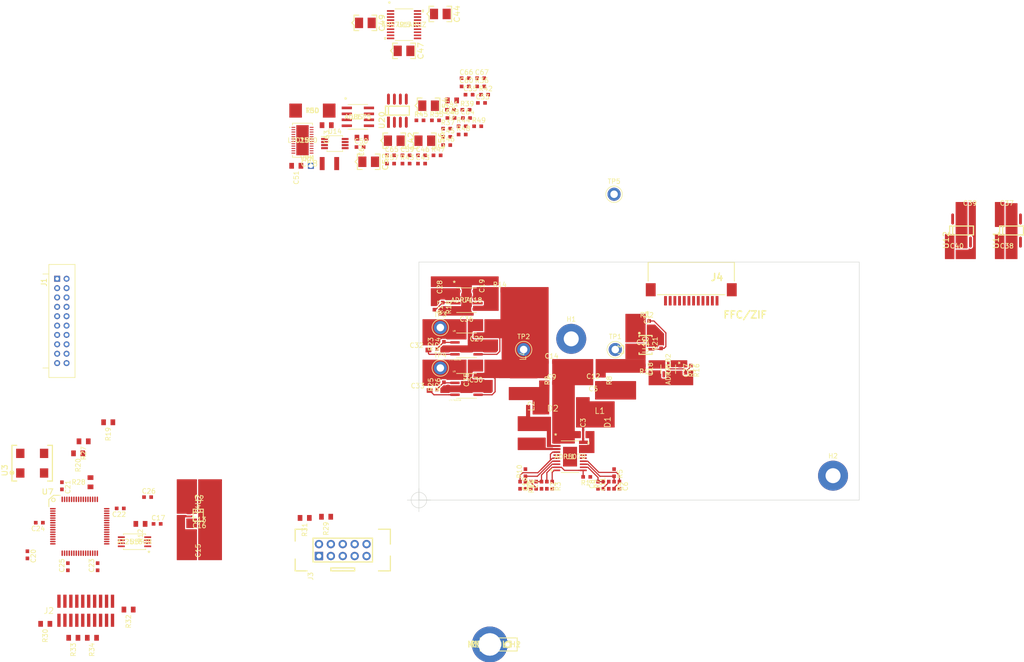
<source format=kicad_pcb>
(kicad_pcb (version 20171130) (host pcbnew "(5.1.4)-1")
  (layers (0 F.Cu signal) (1 In1.Cu signal) (2 In2.Cu signal) (31 B.Cu signal) (34 B.Paste user) (35 F.Paste user) (36 B.SilkS user) (37 F.SilkS user) (38 B.Mask user) (39 F.Mask user) (44 Edge.Cuts user))
  (net 0 "")
  (net 1 AGND)
  (net 2 "Net-(C1-Pad1)")
  (net 3 DGND)
  (net 4 VCC)
  (net 5 CM_GND)
  (net 6 "Net-(C5-Pad1)")
  (net 7 "Net-(C6-Pad1)")
  (net 8 "Net-(C7-Pad2)")
  (net 9 "Net-(C8-Pad2)")
  (net 10 "Net-(C9-Pad1)")
  (net 11 "Net-(C10-Pad2)")
  (net 12 "Net-(C11-Pad2)")
  (net 13 /VOUT2)
  (net 14 "Net-(C13-Pad1)")
  (net 15 /VOUT1)
  (net 16 3.3V)
  (net 17 "Net-(C17-Pad1)")
  (net 18 "Net-(C18-Pad1)")
  (net 19 "Net-(C19-Pad1)")
  (net 20 /EXT_NRST)
  (net 21 AVSS)
  (net 22 AVDD)
  (net 23 +2.5V)
  (net 24 +8V)
  (net 25 -3V)
  (net 26 +12V)
  (net 27 +5V)
  (net 28 -12V)
  (net 29 -5V)
  (net 30 "Net-(D1-Pad1)")
  (net 31 "Net-(D2-Pad2)")
  (net 32 "Net-(J1-Pad3)")
  (net 33 /USART3_TX)
  (net 34 /USART3_RX)
  (net 35 /JTMS_SWDIO)
  (net 36 /JTCK_SWCLK)
  (net 37 /JTDO)
  (net 38 /JTDI)
  (net 39 "Net-(J2-Pad12)")
  (net 40 "Net-(J2-Pad14)")
  (net 41 /NJTRST)
  (net 42 "Net-(J2-Pad18)")
  (net 43 "Net-(J2-Pad20)")
  (net 44 /~ZERO)
  (net 45 /~SEND)
  (net 46 /I2C1_SDA)
  (net 47 /~MODE)
  (net 48 /I2C1_SCL)
  (net 49 /~FUNCTION)
  (net 50 /ON_~OFF)
  (net 51 "Net-(L2-Pad2)")
  (net 52 "Net-(R1-Pad2)")
  (net 53 "Net-(R3-Pad1)")
  (net 54 "Net-(R4-Pad1)")
  (net 55 "Net-(R10-Pad1)")
  (net 56 "Net-(R15-Pad2)")
  (net 57 "Net-(R17-Pad2)")
  (net 58 "Net-(R19-Pad2)")
  (net 59 "Net-(R21-Pad1)")
  (net 60 "Net-(R23-Pad1)")
  (net 61 "Net-(R25-Pad1)")
  (net 62 "Net-(U5-Pad1)")
  (net 63 "Net-(U5-Pad2)")
  (net 64 "Net-(U5-Pad5)")
  (net 65 "Net-(U5-Pad6)")
  (net 66 "Net-(C33-Pad2)")
  (net 67 "Net-(C25-Pad1)")
  (net 68 "Net-(C32-Pad2)")
  (net 69 "Net-(U3-Pad3)")
  (net 70 "Net-(C51-Pad1)")
  (net 71 "/Analog Portion/VREFP")
  (net 72 "/Analog Portion/VREFN")
  (net 73 "Net-(C61-Pad2)")
  (net 74 "Net-(C62-Pad2)")
  (net 75 SRGND)
  (net 76 "Net-(J4-Pad1)")
  (net 77 FPOS)
  (net 78 "Net-(J4-Pad2)")
  (net 79 "Net-(R35-Pad1)")
  (net 80 "Net-(R36-Pad1)")
  (net 81 SPI1_MISO)
  (net 82 "Net-(R38-Pad1)")
  (net 83 DRL)
  (net 84 "Net-(R40-Pad1)")
  (net 85 "Net-(R41-Pad1)")
  (net 86 "Net-(R42-Pad1)")
  (net 87 "Net-(DAC1-Pad1)")
  (net 88 "Net-(R47-Pad1)")
  (net 89 RDLA)
  (net 90 RDLB)
  (net 91 MCLK)
  (net 92 SYNC)
  (net 93 PA1_NLDAC)
  (net 94 PA2_NCLR)
  (net 95 PA3_NRESET)
  (net 96 SPI1_NSS)
  (net 97 SPI1_SCK)
  (net 98 SPI1_MOSI)
  (net 99 BUSY)
  (net 100 "Net-(U15-Pad2)")
  (net 101 "Net-(U15-Pad1)")
  (module SciMod:SOIC127P-8 (layer F.Cu) (at 97.002301 54.0446)
    (fp_text reference U20 (at -3.302 2.032 90) (layer F.SilkS) (effects (font (size 1.143 1.27) (thickness 0.2032))))
    (fp_text value OPA277 hide)
    (pad 8 smd oval (at -1.905 -2.4638 90) (size 2.3876 0.6096) (layers F.Cu F.Paste F.Mask Eco1.User))
    (pad 7 smd oval (at -0.635 -2.4638 90) (size 2.3876 0.6096) (layers F.Cu F.Paste F.Mask Eco1.User) (net 26 +12V))
    (pad 6 smd oval (at 0.635 -2.4638 90) (size 2.3876 0.6096) (layers F.Cu F.Paste F.Mask Eco1.User))
    (pad 5 smd oval (at 1.905 -2.4638 90) (size 2.3876 0.6096) (layers F.Cu F.Paste F.Mask Eco1.User))
    (pad 4 smd oval (at 1.905 2.4638 90) (size 2.3876 0.6096) (layers F.Cu F.Paste F.Mask Eco1.User) (net 28 -12V))
    (pad 3 smd oval (at 0.635 2.4638 90) (size 2.3876 0.6096) (layers F.Cu F.Paste F.Mask Eco1.User) (net 87 "Net-(DAC1-Pad1)"))
    (pad 2 smd oval (at -0.635 2.4638 90) (size 2.3876 0.6096) (layers F.Cu F.Paste F.Mask Eco1.User) (net 78 "Net-(J4-Pad2)"))
    (pad 1 smd rect (at -1.905 2.4638 90) (size 2.3876 0.6096) (layers F.Cu F.Paste F.Mask Eco1.User))
  )
  (module SciMod:LTC2500CDKD-32-TRPBF (layer F.Cu) (at 76.749147 60.352401)
    (fp_text reference U18 (at 0 0) (layer F.SilkS))
    (fp_text value LTC2500 (at 0 0) (layer F.SilkS))
    (fp_text user * (at 0 0) (layer F.SilkS))
    (pad 25 smd rect (at 0 0) (size 2.6416 6.4262) (layers F.Cu F.Paste F.Mask) (net 1 AGND))
    (pad 24 smd rect (at 1.9431 -2.75) (size 0.8128 0.2032) (layers F.Cu F.Paste F.Mask) (net 1 AGND))
    (pad 23 smd rect (at 1.9431 -2.250001) (size 0.8128 0.2032) (layers F.Cu F.Paste F.Mask) (net 1 AGND))
    (pad 22 smd rect (at 1.9431 -1.750002) (size 0.8128 0.2032) (layers F.Cu F.Paste F.Mask) (net 16 3.3V))
    (pad 21 smd rect (at 1.9431 -1.25) (size 0.8128 0.2032) (layers F.Cu F.Paste F.Mask) (net 99 BUSY))
    (pad 20 smd rect (at 1.9431 -0.750001) (size 0.8128 0.2032) (layers F.Cu F.Paste F.Mask) (net 85 "Net-(R41-Pad1)"))
    (pad 19 smd rect (at 1.9431 -0.25) (size 0.8128 0.2032) (layers F.Cu F.Paste F.Mask) (net 97 SPI1_SCK))
    (pad 18 smd rect (at 1.9431 0.25) (size 0.8128 0.2032) (layers F.Cu F.Paste F.Mask) (net 97 SPI1_SCK))
    (pad 17 smd rect (at 1.9431 0.749998) (size 0.8128 0.2032) (layers F.Cu F.Paste F.Mask) (net 82 "Net-(R38-Pad1)"))
    (pad 16 smd rect (at 1.9431 1.25) (size 0.8128 0.2032) (layers F.Cu F.Paste F.Mask) (net 98 SPI1_MOSI))
    (pad 15 smd rect (at 1.9431 1.749999) (size 0.8128 0.2032) (layers F.Cu F.Paste F.Mask) (net 84 "Net-(R40-Pad1)"))
    (pad 14 smd rect (at 1.9431 2.250001) (size 0.8128 0.2032) (layers F.Cu F.Paste F.Mask) (net 92 SYNC))
    (pad 13 smd rect (at 1.9431 2.75) (size 0.8128 0.2032) (layers F.Cu F.Paste F.Mask) (net 91 MCLK))
    (pad 12 smd rect (at -1.9431 2.75) (size 0.8128 0.2032) (layers F.Cu F.Paste F.Mask) (net 1 AGND))
    (pad 11 smd rect (at -1.9431 2.250001) (size 0.8128 0.2032) (layers F.Cu F.Paste F.Mask) (net 1 AGND))
    (pad 10 smd rect (at -1.9431 1.750002) (size 0.8128 0.2032) (layers F.Cu F.Paste F.Mask) (net 1 AGND))
    (pad 9 smd rect (at -1.9431 1.25) (size 0.8128 0.2032) (layers F.Cu F.Paste F.Mask) (net 71 "/Analog Portion/VREFP"))
    (pad 8 smd rect (at -1.9431 0.750001) (size 0.8128 0.2032) (layers F.Cu F.Paste F.Mask) (net 71 "/Analog Portion/VREFP"))
    (pad 7 smd rect (at -1.9431 0.25) (size 0.8128 0.2032) (layers F.Cu F.Paste F.Mask) (net 1 AGND))
    (pad 6 smd rect (at -1.9431 -0.25) (size 0.8128 0.2032) (layers F.Cu F.Paste F.Mask) (net 73 "Net-(C61-Pad2)"))
    (pad 5 smd rect (at -1.9431 -0.749998) (size 0.8128 0.2032) (layers F.Cu F.Paste F.Mask) (net 74 "Net-(C62-Pad2)"))
    (pad 4 smd rect (at -1.9431 -1.25) (size 0.8128 0.2032) (layers F.Cu F.Paste F.Mask) (net 1 AGND))
    (pad 3 smd rect (at -1.9431 -1.749999) (size 0.8128 0.2032) (layers F.Cu F.Paste F.Mask))
    (pad 2 smd rect (at -1.9431 -2.250001) (size 0.8128 0.2032) (layers F.Cu F.Paste F.Mask) (net 90 RDLB))
    (pad 1 smd rect (at -1.9431 -2.75) (size 0.8128 0.2032) (layers F.Cu F.Paste F.Mask) (net 89 RDLA))
  )
  (module SciMod:AD8675ARZ-REEL7 (layer F.Cu) (at 88.569901 55.359101)
    (fp_text reference U17 (at 0 0) (layer F.SilkS))
    (fp_text value AD8675 (at 0 0) (layer F.SilkS))
    (fp_text user * (at -2.6162 -3.6068) (layer F.SilkS))
    (pad 8 smd rect (at 2.3622 -1.905) (size 2.1844 0.5588) (layers F.Cu F.Paste F.Mask))
    (pad 7 smd rect (at 2.3622 -0.635) (size 2.1844 0.5588) (layers F.Cu F.Paste F.Mask) (net 22 AVDD))
    (pad 6 smd rect (at 2.3622 0.635) (size 2.1844 0.5588) (layers F.Cu F.Paste F.Mask) (net 87 "Net-(DAC1-Pad1)"))
    (pad 5 smd rect (at 2.3622 1.905) (size 2.1844 0.5588) (layers F.Cu F.Paste F.Mask))
    (pad 4 smd rect (at -2.3622 1.905) (size 2.1844 0.5588) (layers F.Cu F.Paste F.Mask) (net 21 AVSS))
    (pad 3 smd rect (at -2.3622 0.635) (size 2.1844 0.5588) (layers F.Cu F.Paste F.Mask) (net 100 "Net-(U15-Pad2)"))
    (pad 2 smd rect (at -2.3622 -0.635) (size 2.1844 0.5588) (layers F.Cu F.Paste F.Mask) (net 101 "Net-(U15-Pad1)"))
    (pad 1 smd rect (at -2.3622 -1.905) (size 2.1844 0.5588) (layers F.Cu F.Paste F.Mask))
  )
  (module SciMod:AD5791BRUZ (layer F.Cu) (at 98.425 35.687)
    (fp_text reference U15 (at 0 0) (layer F.SilkS))
    (fp_text value AD5791ARUZ (at 0 0) (layer F.SilkS))
    (fp_text user * (at -3.128999 -4.4188) (layer F.SilkS))
    (pad 20 smd rect (at 2.874998 -2.924998) (size 1.5612 0.3508) (layers F.Cu F.Paste F.Mask) (net 87 "Net-(DAC1-Pad1)"))
    (pad 19 smd rect (at 2.874998 -2.274999) (size 1.5612 0.3508) (layers F.Cu F.Paste F.Mask) (net 1 AGND))
    (pad 18 smd rect (at 2.874998 -1.624998) (size 1.5612 0.3508) (layers F.Cu F.Paste F.Mask) (net 21 AVSS))
    (pad 17 smd rect (at 2.874998 -0.974999) (size 1.5612 0.3508) (layers F.Cu F.Paste F.Mask))
    (pad 16 smd rect (at 2.874998 -0.324998) (size 1.5612 0.3508) (layers F.Cu F.Paste F.Mask))
    (pad 15 smd rect (at 2.874998 0.325001) (size 1.5612 0.3508) (layers F.Cu F.Paste F.Mask) (net 1 AGND))
    (pad 14 smd rect (at 2.874998 0.975002) (size 1.5612 0.3508) (layers F.Cu F.Paste F.Mask) (net 96 SPI1_NSS))
    (pad 13 smd rect (at 2.874998 1.625001) (size 1.5612 0.3508) (layers F.Cu F.Paste F.Mask) (net 97 SPI1_SCK))
    (pad 12 smd rect (at 2.874998 2.275002) (size 1.5612 0.3508) (layers F.Cu F.Paste F.Mask) (net 98 SPI1_MOSI))
    (pad 11 smd rect (at 2.874998 2.925) (size 1.5612 0.3508) (layers F.Cu F.Paste F.Mask) (net 81 SPI1_MISO))
    (pad 10 smd rect (at -2.874998 2.924998) (size 1.5612 0.3508) (layers F.Cu F.Paste F.Mask) (net 16 3.3V))
    (pad 9 smd rect (at -2.874998 2.274999) (size 1.5612 0.3508) (layers F.Cu F.Paste F.Mask) (net 16 3.3V))
    (pad 8 smd rect (at -2.874998 1.624998) (size 1.5612 0.3508) (layers F.Cu F.Paste F.Mask) (net 93 PA1_NLDAC))
    (pad 7 smd rect (at -2.874998 0.974999) (size 1.5612 0.3508) (layers F.Cu F.Paste F.Mask) (net 94 PA2_NCLR))
    (pad 6 smd rect (at -2.874998 0.324998) (size 1.5612 0.3508) (layers F.Cu F.Paste F.Mask) (net 95 PA3_NRESET))
    (pad 5 smd rect (at -2.874998 -0.325001) (size 1.5612 0.3508) (layers F.Cu F.Paste F.Mask) (net 22 AVDD))
    (pad 4 smd rect (at -2.874998 -0.974999) (size 1.5612 0.3508) (layers F.Cu F.Paste F.Mask))
    (pad 3 smd rect (at -2.874998 -1.625001) (size 1.5612 0.3508) (layers F.Cu F.Paste F.Mask))
    (pad 2 smd rect (at -2.874998 -2.274999) (size 1.5612 0.3508) (layers F.Cu F.Paste F.Mask) (net 100 "Net-(U15-Pad2)"))
    (pad 1 smd rect (at -2.874998 -2.925) (size 1.5612 0.3508) (layers F.Cu F.Paste F.Mask) (net 101 "Net-(U15-Pad1)"))
  )
  (module SciMod:MSOP65P-8 (layer F.Cu) (at 83.650301 61.062001)
    (fp_text reference U14 (at 0 -2.6) (layer F.SilkS))
    (fp_text value LT6655)
    (pad 8 smd rect (at 2.2 -0.975) (size 1.45 0.45) (layers F.Cu F.Paste F.Mask) (net 1 AGND))
    (pad 7 smd rect (at 2.2 -0.325) (size 1.45 0.45) (layers F.Cu F.Paste F.Mask) (net 70 "Net-(C51-Pad1)"))
    (pad 6 smd rect (at 2.2 0.325) (size 1.45 0.45) (layers F.Cu F.Paste F.Mask) (net 70 "Net-(C51-Pad1)"))
    (pad 5 smd rect (at 2.2 0.975) (size 1.45 0.45) (layers F.Cu F.Paste F.Mask) (net 1 AGND))
    (pad 4 smd rect (at -2.2 0.975) (size 1.45 0.45) (layers F.Cu F.Paste F.Mask) (net 1 AGND))
    (pad 3 smd rect (at -2.2 0.325) (size 1.45 0.45) (layers F.Cu F.Paste F.Mask) (net 1 AGND))
    (pad 2 smd rect (at -2.2 -0.325) (size 1.45 0.45) (layers F.Cu F.Paste F.Mask) (net 22 AVDD))
    (pad 1 smd rect (at -2.2 -0.975) (size 1.45 0.45) (layers F.Cu F.Paste F.Mask) (net 79 "Net-(R35-Pad1)"))
  )
  (module SciMod:TESTPOINT (layer F.Cu) (at 78.5403 65.822)
    (fp_text reference TP7 hide)
    (fp_text value VRN (at -0.762 -1.524) (layer F.SilkS) (effects (font (size 1.143 1.016) (thickness 0.2032))))
    (pad 1 thru_hole rect (at 0 0) (size 1.27 1.27) (drill 0.889) (layers *.Cu *.Mask Eco1.User) (net 72 "/Analog Portion/VREFN"))
  )
  (module SciMod:Z201 (layer F.Cu) (at 116.7343 167.974001)
    (fp_text reference Rs1 (at 0 0) (layer F.SilkS) (effects (font (size 1.524 1.524) (thickness 0.3048))))
    (fp_text value TBD (at 0 0) (layer F.SilkS) (effects (font (size 1.524 1.524) (thickness 0.3048))))
    (pad 2 thru_hole circle (at 3.81 0) (size 1.524 1.524) (drill 0.889) (layers *.Cu *.Mask F.SilkS) (net 75 SRGND))
    (pad 1 thru_hole circle (at 0 0) (size 1.524 1.524) (drill 0.889) (layers *.Cu *.Mask F.SilkS) (net 78 "Net-(J4-Pad2)"))
  )
  (module SciMod:SMR3D (layer F.Cu) (at 78.8629 54.0256)
    (fp_text reference R50 (at 0 0) (layer F.SilkS) (effects (font (size 1.016 1.016) (thickness 0.1524))))
    (fp_text value TBD (at 0 0) (layer F.SilkS) (effects (font (size 1.016 1.016) (thickness 0.1524))))
    (pad 2 smd rect (at 3.5814 0) (size 2.6924 2.9972) (layers F.Cu F.Paste F.Mask Eco1.User) (net 75 SRGND))
    (pad 1 smd rect (at -3.5814 0) (size 2.6924 2.9972) (layers F.Cu F.Paste F.Mask Eco1.User) (net 78 "Net-(J4-Pad2)"))
  )
  (module SciMod:EIA0603 (layer F.Cu) (at 114.141 57.368)
    (fp_text reference R49 (at 0.254 -1.27) (layer F.SilkS) (effects (font (size 1.016 1.016) (thickness 0.1524))))
    (fp_text value 0 hide)
    (pad 2 smd rect (at 0.762 0) (size 0.7874 0.762) (layers F.Cu F.Paste F.Mask Eco1.User) (net 88 "Net-(R47-Pad1)"))
    (pad 1 smd rect (at -0.762 0) (size 0.7874 0.762) (layers F.Cu F.Paste F.Mask Eco1.User) (net 76 "Net-(J4-Pad1)"))
  )
  (module SciMod:EIA0603 (layer F.Cu) (at 110.831 59.128)
    (fp_text reference R48 (at 0.254 -1.27) (layer F.SilkS) (effects (font (size 1.016 1.016) (thickness 0.1524))))
    (fp_text value 0 hide)
    (pad 2 smd rect (at 0.762 0) (size 0.7874 0.762) (layers F.Cu F.Paste F.Mask Eco1.User) (net 78 "Net-(J4-Pad2)"))
    (pad 1 smd rect (at -0.762 0) (size 0.7874 0.762) (layers F.Cu F.Paste F.Mask Eco1.User) (net 88 "Net-(R47-Pad1)"))
  )
  (module SciMod:EIA0603 (layer F.Cu) (at 105.471 63.578)
    (fp_text reference R47 (at 0.254 -1.27) (layer F.SilkS) (effects (font (size 1.016 1.016) (thickness 0.1524))))
    (fp_text value 0 hide)
    (pad 2 smd rect (at 0.762 0) (size 0.7874 0.762) (layers F.Cu F.Paste F.Mask Eco1.User) (net 87 "Net-(DAC1-Pad1)"))
    (pad 1 smd rect (at -0.762 0) (size 0.7874 0.762) (layers F.Cu F.Paste F.Mask Eco1.User) (net 88 "Net-(R47-Pad1)"))
  )
  (module SciMod:EIA0603 (layer F.Cu) (at 107.521 61.388)
    (fp_text reference R46 (at 0.254 -1.27) (layer F.SilkS) (effects (font (size 1.016 1.016) (thickness 0.1524))))
    (fp_text value 30.1 hide)
    (pad 2 smd rect (at 0.762 0) (size 0.7874 0.762) (layers F.Cu F.Paste F.Mask Eco1.User) (net 74 "Net-(C62-Pad2)"))
    (pad 1 smd rect (at -0.762 0) (size 0.7874 0.762) (layers F.Cu F.Paste F.Mask Eco1.User))
  )
  (module SciMod:EIA0603 (layer F.Cu) (at 101.821 56.108)
    (fp_text reference R45 (at 0.254 -1.27) (layer F.SilkS) (effects (font (size 1.016 1.016) (thickness 0.1524))))
    (fp_text value 30.1 hide)
    (pad 2 smd rect (at 0.762 0) (size 0.7874 0.762) (layers F.Cu F.Paste F.Mask Eco1.User) (net 73 "Net-(C61-Pad2)"))
    (pad 1 smd rect (at -0.762 0) (size 0.7874 0.762) (layers F.Cu F.Paste F.Mask Eco1.User))
  )
  (module SciMod:EIA0603 (layer F.Cu) (at 110.831 57.368)
    (fp_text reference R44 (at 0.254 -1.27) (layer F.SilkS) (effects (font (size 1.016 1.016) (thickness 0.1524))))
    (fp_text value 10K hide)
    (pad 2 smd rect (at 0.762 0) (size 0.7874 0.762) (layers F.Cu F.Paste F.Mask Eco1.User) (net 86 "Net-(R42-Pad1)"))
    (pad 1 smd rect (at -0.762 0) (size 0.7874 0.762) (layers F.Cu F.Paste F.Mask Eco1.User) (net 72 "/Analog Portion/VREFN"))
  )
  (module SciMod:EIA0603 (layer F.Cu) (at 98.851 65.338)
    (fp_text reference R43 (at 0.254 -1.27) (layer F.SilkS) (effects (font (size 1.016 1.016) (thickness 0.1524))))
    (fp_text value 10K hide)
    (pad 2 smd rect (at 0.762 0) (size 0.7874 0.762) (layers F.Cu F.Paste F.Mask Eco1.User) (net 1 AGND))
    (pad 1 smd rect (at -0.762 0) (size 0.7874 0.762) (layers F.Cu F.Paste F.Mask Eco1.User))
  )
  (module SciMod:EIA0603 (layer F.Cu) (at 115.611 50.628)
    (fp_text reference R42 (at 0.254 -1.27) (layer F.SilkS) (effects (font (size 1.016 1.016) (thickness 0.1524))))
    (fp_text value 10K hide)
    (pad 2 smd rect (at 0.762 0) (size 0.7874 0.762) (layers F.Cu F.Paste F.Mask Eco1.User) (net 71 "/Analog Portion/VREFP"))
    (pad 1 smd rect (at -0.762 0) (size 0.7874 0.762) (layers F.Cu F.Paste F.Mask Eco1.User) (net 86 "Net-(R42-Pad1)"))
  )
  (module SciMod:EIA0402 (layer F.Cu) (at 116.7343 167.974001)
    (fp_text reference R41 (at -2.413 0) (layer F.SilkS) (effects (font (size 1.27 1.27) (thickness 0.1524))))
    (fp_text value 33 hide)
    (pad 2 smd rect (at 0.508 0) (size 0.5588 0.8382) (layers F.Cu F.Paste F.Mask Eco1.User) (net 81 SPI1_MISO))
    (pad 1 smd rect (at -0.508 0) (size 0.5588 0.8382) (layers F.Cu F.Paste F.Mask Eco1.User) (net 85 "Net-(R41-Pad1)"))
  )
  (module SciMod:EIA0402 (layer F.Cu) (at 116.7343 167.974001)
    (fp_text reference R40 (at -2.413 0) (layer F.SilkS) (effects (font (size 1.27 1.27) (thickness 0.1524))))
    (fp_text value 33 hide)
    (pad 2 smd rect (at 0.508 0) (size 0.5588 0.8382) (layers F.Cu F.Paste F.Mask Eco1.User) (net 83 DRL))
    (pad 1 smd rect (at -0.508 0) (size 0.5588 0.8382) (layers F.Cu F.Paste F.Mask Eco1.User) (net 84 "Net-(R40-Pad1)"))
  )
  (module SciMod:EIA0603 (layer F.Cu) (at 111.641 53.848)
    (fp_text reference R39 (at 0.254 -1.27) (layer F.SilkS) (effects (font (size 1.016 1.016) (thickness 0.1524))))
    (fp_text value 10K hide)
    (pad 2 smd rect (at 0.762 0) (size 0.7874 0.762) (layers F.Cu F.Paste F.Mask Eco1.User) (net 80 "Net-(R36-Pad1)"))
    (pad 1 smd rect (at -0.762 0) (size 0.7874 0.762) (layers F.Cu F.Paste F.Mask Eco1.User) (net 71 "/Analog Portion/VREFP"))
  )
  (module SciMod:EIA0402 (layer F.Cu) (at 116.7343 167.974001)
    (fp_text reference R38 (at -2.413 0) (layer F.SilkS) (effects (font (size 1.27 1.27) (thickness 0.1524))))
    (fp_text value 33 hide)
    (pad 2 smd rect (at 0.508 0) (size 0.5588 0.8382) (layers F.Cu F.Paste F.Mask Eco1.User) (net 81 SPI1_MISO))
    (pad 1 smd rect (at -0.508 0) (size 0.5588 0.8382) (layers F.Cu F.Paste F.Mask Eco1.User) (net 82 "Net-(R38-Pad1)"))
  )
  (module SciMod:EIA0603 (layer F.Cu) (at 107.521 57.868)
    (fp_text reference R37 (at 0.254 -1.27) (layer F.SilkS) (effects (font (size 1.016 1.016) (thickness 0.1524))))
    (fp_text value 5K hide)
    (pad 2 smd rect (at 0.762 0) (size 0.7874 0.762) (layers F.Cu F.Paste F.Mask Eco1.User) (net 70 "Net-(C51-Pad1)"))
    (pad 1 smd rect (at -0.762 0) (size 0.7874 0.762) (layers F.Cu F.Paste F.Mask Eco1.User))
  )
  (module SciMod:EIA0603 (layer F.Cu) (at 114.781 48.868)
    (fp_text reference R36 (at 0.254 -1.27) (layer F.SilkS) (effects (font (size 1.016 1.016) (thickness 0.1524))))
    (fp_text value 10K hide)
    (pad 2 smd rect (at 0.762 0) (size 0.7874 0.762) (layers F.Cu F.Paste F.Mask Eco1.User) (net 1 AGND))
    (pad 1 smd rect (at -0.762 0) (size 0.7874 0.762) (layers F.Cu F.Paste F.Mask Eco1.User) (net 80 "Net-(R36-Pad1)"))
  )
  (module SciMod:EIA0603 (layer F.Cu) (at 105.131 56.108)
    (fp_text reference R35 (at 0.254 -1.27) (layer F.SilkS) (effects (font (size 1.016 1.016) (thickness 0.1524))))
    (fp_text value 10K hide)
    (pad 2 smd rect (at 0.762 0) (size 0.7874 0.762) (layers F.Cu F.Paste F.Mask Eco1.User) (net 22 AVDD))
    (pad 1 smd rect (at -0.762 0) (size 0.7874 0.762) (layers F.Cu F.Paste F.Mask Eco1.User) (net 79 "Net-(R35-Pad1)"))
  )
  (module SciMod:MOLEX_52207-1233 (layer F.Cu) (at 165.227 94.615)
    (fp_text reference J4 (at 0 -5) (layer F.SilkS) (effects (font (size 1.524 1.524) (thickness 0.3048))))
    (fp_text value FFC/ZIF (at 6 3) (layer F.SilkS) (effects (font (size 1.524 1.524) (thickness 0.3048))))
    (pad 13 smd rect (at -14.149578 -2.35) (size 2.1082 2.794) (layers F.Cu F.Paste F.Mask Eco1.User))
    (pad 13 smd rect (at 3.1496 -2.35) (size 2.1082 2.794) (layers F.Cu F.Paste F.Mask Eco1.User))
    (pad 1 smd rect (at 0 0) (size 0.6096 2.0066) (layers F.Cu F.Paste F.Mask Eco1.User) (net 76 "Net-(J4-Pad1)"))
    (pad 12 smd rect (at -10.999978 0) (size 0.6096 2.0066) (layers F.Cu F.Paste F.Mask Eco1.User))
    (pad 11 smd rect (at -9.99998 0) (size 0.6096 2.0066) (layers F.Cu F.Paste F.Mask Eco1.User))
    (pad 10 smd rect (at -8.999982 0) (size 0.6096 2.0066) (layers F.Cu F.Paste F.Mask Eco1.User) (net 29 -5V))
    (pad 9 smd rect (at -7.999984 0) (size 0.6096 2.0066) (layers F.Cu F.Paste F.Mask Eco1.User) (net 77 FPOS))
    (pad 8 smd rect (at -6.999986 0) (size 0.6096 2.0066) (layers F.Cu F.Paste F.Mask Eco1.User) (net 27 +5V))
    (pad 7 smd rect (at -5.999988 0) (size 0.6096 2.0066) (layers F.Cu F.Paste F.Mask Eco1.User) (net 3 DGND))
    (pad 6 smd rect (at -4.99999 0) (size 0.6096 2.0066) (layers F.Cu F.Paste F.Mask Eco1.User))
    (pad 5 smd rect (at -3.999992 0) (size 0.6096 2.0066) (layers F.Cu F.Paste F.Mask Eco1.User) (net 1 AGND))
    (pad 4 smd rect (at -2.999994 0) (size 0.6096 2.0066) (layers F.Cu F.Paste F.Mask Eco1.User) (net 78 "Net-(J4-Pad2)"))
    (pad 3 smd rect (at -1.999996 0) (size 0.6096 2.0066) (layers F.Cu F.Paste F.Mask Eco1.User) (net 76 "Net-(J4-Pad1)"))
    (pad 2 smd rect (at -0.999998 0) (size 0.6096 2.0066) (layers F.Cu F.Paste F.Mask Eco1.User) (net 78 "Net-(J4-Pad2)"))
  )
  (module SciMod:HOLE188 (layer F.Cu) (at 116.7343 167.974001)
    (fp_text reference H2 (at 5.461 0) (layer F.SilkS) (effects (font (size 1.143 1.143) (thickness 0.1524))))
    (fp_text value MNT_HOLE (at 0 0) (layer F.SilkS) (effects (font (size 1.27 1.27) (thickness 0.2032))))
    (pad 1 thru_hole circle (at 0 0) (size 7.62 7.62) (drill 4.7752) (layers *.Cu *.Mask Eco1.User) (clearance 0.254))
  )
  (module SciMod:HOLE188 (layer F.Cu) (at 116.7343 167.974001)
    (fp_text reference H1 (at 5.461 0) (layer F.SilkS) (effects (font (size 1.143 1.143) (thickness 0.1524))))
    (fp_text value MNT_HOLE (at 0 0) (layer F.SilkS) (effects (font (size 1.27 1.27) (thickness 0.2032))))
    (pad 1 thru_hole circle (at 0 0) (size 7.62 7.62) (drill 4.7752) (layers *.Cu *.Mask Eco1.User) (clearance 0.254))
  )
  (module SciMod:EIA0603 (layer F.Cu) (at 114.781 47.108)
    (fp_text reference C67 (at 0.254 -1.27) (layer F.SilkS) (effects (font (size 1.016 1.016) (thickness 0.1524))))
    (fp_text value .1uF hide)
    (pad 2 smd rect (at 0.762 0) (size 0.7874 0.762) (layers F.Cu F.Paste F.Mask Eco1.User) (net 1 AGND))
    (pad 1 smd rect (at -0.762 0) (size 0.7874 0.762) (layers F.Cu F.Paste F.Mask Eco1.User) (net 28 -12V))
  )
  (module SciMod:EIA0603 (layer F.Cu) (at 111.471 47.108)
    (fp_text reference C66 (at 0.254 -1.27) (layer F.SilkS) (effects (font (size 1.016 1.016) (thickness 0.1524))))
    (fp_text value .1uF hide)
    (pad 2 smd rect (at 0.762 0) (size 0.7874 0.762) (layers F.Cu F.Paste F.Mask Eco1.User) (net 1 AGND))
    (pad 1 smd rect (at -0.762 0) (size 0.7874 0.762) (layers F.Cu F.Paste F.Mask Eco1.User) (net 26 +12V))
  )
  (module SciMod:EIA0603 (layer F.Cu) (at 95.541 63.578)
    (fp_text reference C65 (at 0.254 -1.27) (layer F.SilkS) (effects (font (size 1.016 1.016) (thickness 0.1524))))
    (fp_text value .1uF hide)
    (pad 2 smd rect (at 0.762 0) (size 0.7874 0.762) (layers F.Cu F.Paste F.Mask Eco1.User) (net 1 AGND))
    (pad 1 smd rect (at -0.762 0) (size 0.7874 0.762) (layers F.Cu F.Paste F.Mask Eco1.User) (net 28 -12V))
  )
  (module SciMod:EIA0603 (layer F.Cu) (at 111.751 55.608)
    (fp_text reference C64 (at 0.254 -1.27) (layer F.SilkS) (effects (font (size 1.016 1.016) (thickness 0.1524))))
    (fp_text value .1uF hide)
    (pad 2 smd rect (at 0.762 0) (size 0.7874 0.762) (layers F.Cu F.Paste F.Mask Eco1.User) (net 1 AGND))
    (pad 1 smd rect (at -0.762 0) (size 0.7874 0.762) (layers F.Cu F.Paste F.Mask Eco1.User) (net 26 +12V))
  )
  (module SciMod:EIA0805 (layer F.Cu) (at 81.9112 57.1393)
    (fp_text reference C63 (at 0 2.54 90) (layer F.SilkS) (effects (font (size 1.016 1.016) (thickness 0.1524))))
    (fp_text value 6800pF hide)
    (pad 2 smd rect (at 0.9906 0) (size 0.9906 1.2446) (layers F.Cu F.Paste F.Mask Eco1.User) (net 1 AGND))
    (pad 1 smd rect (at -0.9906 0) (size 0.9906 1.2446) (layers F.Cu F.Paste F.Mask Eco1.User) (net 74 "Net-(C62-Pad2)"))
  )
  (module SciMod:EIA0805 (layer F.Cu) (at 108.6612 51.8493)
    (fp_text reference C62 (at 0 2.54 90) (layer F.SilkS) (effects (font (size 1.016 1.016) (thickness 0.1524))))
    (fp_text value 6800pF hide)
    (pad 2 smd rect (at 0.9906 0) (size 0.9906 1.2446) (layers F.Cu F.Paste F.Mask Eco1.User) (net 74 "Net-(C62-Pad2)"))
    (pad 1 smd rect (at -0.9906 0) (size 0.9906 1.2446) (layers F.Cu F.Paste F.Mask Eco1.User) (net 73 "Net-(C61-Pad2)"))
  )
  (module SciMod:EIA0805 (layer F.Cu) (at 89.3612 59.8093)
    (fp_text reference C61 (at 0 2.54 90) (layer F.SilkS) (effects (font (size 1.016 1.016) (thickness 0.1524))))
    (fp_text value 6800pF hide)
    (pad 2 smd rect (at 0.9906 0) (size 0.9906 1.2446) (layers F.Cu F.Paste F.Mask Eco1.User) (net 73 "Net-(C61-Pad2)"))
    (pad 1 smd rect (at -0.9906 0) (size 0.9906 1.2446) (layers F.Cu F.Paste F.Mask Eco1.User) (net 1 AGND))
  )
  (module SciMod:EIA0603 (layer F.Cu) (at 111.471 48.868)
    (fp_text reference C60 (at 0.254 -1.27) (layer F.SilkS) (effects (font (size 1.016 1.016) (thickness 0.1524))))
    (fp_text value .01uF hide)
    (pad 2 smd rect (at 0.762 0) (size 0.7874 0.762) (layers F.Cu F.Paste F.Mask Eco1.User) (net 1 AGND))
    (pad 1 smd rect (at -0.762 0) (size 0.7874 0.762) (layers F.Cu F.Paste F.Mask Eco1.User) (net 16 3.3V))
  )
  (module SciMod:EIA0603 (layer F.Cu) (at 98.851 63.578)
    (fp_text reference C59 (at 0.254 -1.27) (layer F.SilkS) (effects (font (size 1.016 1.016) (thickness 0.1524))))
    (fp_text value 1uF hide)
    (pad 2 smd rect (at 0.762 0) (size 0.7874 0.762) (layers F.Cu F.Paste F.Mask Eco1.User) (net 1 AGND))
    (pad 1 smd rect (at -0.762 0) (size 0.7874 0.762) (layers F.Cu F.Paste F.Mask Eco1.User) (net 72 "/Analog Portion/VREFN"))
  )
  (module SciMod:EIA1210 (layer F.Cu) (at 82.4954 65.334)
    (fp_text reference C58 (at -4.318 0) (layer F.SilkS) (effects (font (size 1.27 1.27) (thickness 0.1524))))
    (fp_text value "47uF X7R" hide)
    (pad 2 smd rect (at 1.5494 0) (size 1.0414 2.794) (layers F.Cu F.Paste F.Mask Eco1.User) (net 1 AGND))
    (pad 1 smd rect (at -1.5494 0) (size 1.0414 2.794) (layers F.Cu F.Paste F.Mask Eco1.User) (net 71 "/Analog Portion/VREFP"))
  )
  (module SciMod:EIA0603 (layer F.Cu) (at 95.541 65.338)
    (fp_text reference C57 (at 0.254 -1.27) (layer F.SilkS) (effects (font (size 1.016 1.016) (thickness 0.1524))))
    (fp_text value 1uF hide)
    (pad 2 smd rect (at 0.762 0) (size 0.7874 0.762) (layers F.Cu F.Paste F.Mask Eco1.User) (net 1 AGND))
    (pad 1 smd rect (at -0.762 0) (size 0.7874 0.762) (layers F.Cu F.Paste F.Mask Eco1.User) (net 71 "/Analog Portion/VREFP"))
  )
  (module SciMod:EIA3528 (layer F.Cu) (at 102.852501 60.449601)
    (fp_text reference C56 (at 3.556 0 90) (layer F.SilkS) (effects (font (size 1.143 1.27) (thickness 0.2032))))
    (fp_text value 10uF hide)
    (pad 2 smd rect (at 1.3462 0) (size 1.7272 2.2352) (layers F.Cu F.Paste F.Mask Eco1.User) (net 21 AVSS))
    (pad 1 smd rect (at -1.3462 0) (size 1.7272 2.2352) (layers F.Cu F.Paste F.Mask Eco1.User) (net 1 AGND))
  )
  (module SciMod:EIA0603 (layer F.Cu) (at 112.301 50.628)
    (fp_text reference C55 (at 0.254 -1.27) (layer F.SilkS) (effects (font (size 1.016 1.016) (thickness 0.1524))))
    (fp_text value .1uF hide)
    (pad 2 smd rect (at 0.762 0) (size 0.7874 0.762) (layers F.Cu F.Paste F.Mask Eco1.User) (net 1 AGND))
    (pad 1 smd rect (at -0.762 0) (size 0.7874 0.762) (layers F.Cu F.Paste F.Mask Eco1.User) (net 21 AVSS))
  )
  (module SciMod:EIA3528 (layer F.Cu) (at 103.662501 52.979601)
    (fp_text reference C54 (at 3.556 0 90) (layer F.SilkS) (effects (font (size 1.143 1.27) (thickness 0.2032))))
    (fp_text value 10uF hide)
    (pad 2 smd rect (at 1.3462 0) (size 1.7272 2.2352) (layers F.Cu F.Paste F.Mask Eco1.User) (net 1 AGND))
    (pad 1 smd rect (at -1.3462 0) (size 1.7272 2.2352) (layers F.Cu F.Paste F.Mask Eco1.User) (net 22 AVDD))
  )
  (module SciMod:EIA0603 (layer F.Cu) (at 114.951 52.388)
    (fp_text reference C53 (at 0.254 -1.27) (layer F.SilkS) (effects (font (size 1.016 1.016) (thickness 0.1524))))
    (fp_text value .1uF hide)
    (pad 2 smd rect (at 0.762 0) (size 0.7874 0.762) (layers F.Cu F.Paste F.Mask Eco1.User) (net 1 AGND))
    (pad 1 smd rect (at -0.762 0) (size 0.7874 0.762) (layers F.Cu F.Paste F.Mask Eco1.User) (net 22 AVDD))
  )
  (module SciMod:EIA3528 (layer F.Cu) (at 90.872501 64.949601)
    (fp_text reference C52 (at 3.556 0 90) (layer F.SilkS) (effects (font (size 1.143 1.27) (thickness 0.2032))))
    (fp_text value 10uF hide)
    (pad 2 smd rect (at 1.3462 0) (size 1.7272 2.2352) (layers F.Cu F.Paste F.Mask Eco1.User) (net 21 AVSS))
    (pad 1 smd rect (at -1.3462 0) (size 1.7272 2.2352) (layers F.Cu F.Paste F.Mask Eco1.User) (net 1 AGND))
  )
  (module SciMod:EIA0805 (layer F.Cu) (at 75.4212 65.8093)
    (fp_text reference C51 (at 0 2.54 90) (layer F.SilkS) (effects (font (size 1.016 1.016) (thickness 0.1524))))
    (fp_text value 10uF hide)
    (pad 2 smd rect (at 0.9906 0) (size 0.9906 1.2446) (layers F.Cu F.Paste F.Mask Eco1.User) (net 1 AGND))
    (pad 1 smd rect (at -0.9906 0) (size 0.9906 1.2446) (layers F.Cu F.Paste F.Mask Eco1.User) (net 70 "Net-(C51-Pad1)"))
  )
  (module SciMod:EIA0603 (layer F.Cu) (at 89.031 61.808)
    (fp_text reference C50 (at 0.254 -1.27) (layer F.SilkS) (effects (font (size 1.016 1.016) (thickness 0.1524))))
    (fp_text value .1uF hide)
    (pad 2 smd rect (at 0.762 0) (size 0.7874 0.762) (layers F.Cu F.Paste F.Mask Eco1.User) (net 1 AGND))
    (pad 1 smd rect (at -0.762 0) (size 0.7874 0.762) (layers F.Cu F.Paste F.Mask Eco1.User) (net 21 AVSS))
  )
  (module SciMod:EIA3528 (layer F.Cu) (at 90.17 35.306)
    (fp_text reference C49 (at 3.556 0 90) (layer F.SilkS) (effects (font (size 1.143 1.27) (thickness 0.2032))))
    (fp_text value 10uF hide)
    (pad 2 smd rect (at 1.3462 0) (size 1.7272 2.2352) (layers F.Cu F.Paste F.Mask Eco1.User) (net 22 AVDD))
    (pad 1 smd rect (at -1.3462 0) (size 1.7272 2.2352) (layers F.Cu F.Paste F.Mask Eco1.User) (net 1 AGND))
  )
  (module SciMod:EIA0603 (layer F.Cu) (at 108.441 55.608)
    (fp_text reference C48 (at 0.254 -1.27) (layer F.SilkS) (effects (font (size 1.016 1.016) (thickness 0.1524))))
    (fp_text value .1uF hide)
    (pad 2 smd rect (at 0.762 0) (size 0.7874 0.762) (layers F.Cu F.Paste F.Mask Eco1.User) (net 22 AVDD))
    (pad 1 smd rect (at -0.762 0) (size 0.7874 0.762) (layers F.Cu F.Paste F.Mask Eco1.User) (net 1 AGND))
  )
  (module SciMod:EIA3528 (layer F.Cu) (at 98.425 41.275)
    (fp_text reference C47 (at 3.556 0 90) (layer F.SilkS) (effects (font (size 1.143 1.27) (thickness 0.2032))))
    (fp_text value 10uF hide)
    (pad 2 smd rect (at 1.3462 0) (size 1.7272 2.2352) (layers F.Cu F.Paste F.Mask Eco1.User) (net 1 AGND))
    (pad 1 smd rect (at -1.3462 0) (size 1.7272 2.2352) (layers F.Cu F.Paste F.Mask Eco1.User) (net 16 3.3V))
  )
  (module SciMod:EIA0603 (layer F.Cu) (at 102.161 63.578)
    (fp_text reference C46 (at 0.254 -1.27) (layer F.SilkS) (effects (font (size 1.016 1.016) (thickness 0.1524))))
    (fp_text value .1uF hide)
    (pad 2 smd rect (at 0.762 0) (size 0.7874 0.762) (layers F.Cu F.Paste F.Mask Eco1.User) (net 16 3.3V))
    (pad 1 smd rect (at -0.762 0) (size 0.7874 0.762) (layers F.Cu F.Paste F.Mask Eco1.User) (net 1 AGND))
  )
  (module SciMod:EIA0603 (layer F.Cu) (at 107.521 59.628)
    (fp_text reference C45 (at 0.254 -1.27) (layer F.SilkS) (effects (font (size 1.016 1.016) (thickness 0.1524))))
    (fp_text value .1uF hide)
    (pad 2 smd rect (at 0.762 0) (size 0.7874 0.762) (layers F.Cu F.Paste F.Mask Eco1.User) (net 1 AGND))
    (pad 1 smd rect (at -0.762 0) (size 0.7874 0.762) (layers F.Cu F.Paste F.Mask Eco1.User) (net 22 AVDD))
  )
  (module SciMod:EIA3528 (layer F.Cu) (at 106.172 33.401)
    (fp_text reference C44 (at 3.556 0 90) (layer F.SilkS) (effects (font (size 1.143 1.27) (thickness 0.2032))))
    (fp_text value 10uF hide)
    (pad 2 smd rect (at 1.3462 0) (size 1.7272 2.2352) (layers F.Cu F.Paste F.Mask Eco1.User) (net 21 AVSS))
    (pad 1 smd rect (at -1.3462 0) (size 1.7272 2.2352) (layers F.Cu F.Paste F.Mask Eco1.User) (net 1 AGND))
  )
  (module SciMod:EIA0603 (layer F.Cu) (at 102.161 65.338)
    (fp_text reference C43 (at 0.254 -1.27) (layer F.SilkS) (effects (font (size 1.016 1.016) (thickness 0.1524))))
    (fp_text value .1uF hide)
    (pad 2 smd rect (at 0.762 0) (size 0.7874 0.762) (layers F.Cu F.Paste F.Mask Eco1.User) (net 1 AGND))
    (pad 1 smd rect (at -0.762 0) (size 0.7874 0.762) (layers F.Cu F.Paste F.Mask Eco1.User) (net 21 AVSS))
  )
  (module SciMod:EIA3528 (layer F.Cu) (at 96.342501 60.449601)
    (fp_text reference C42 (at 3.556 0 90) (layer F.SilkS) (effects (font (size 1.143 1.27) (thickness 0.2032))))
    (fp_text value 10uF hide)
    (pad 2 smd rect (at 1.3462 0) (size 1.7272 2.2352) (layers F.Cu F.Paste F.Mask Eco1.User) (net 1 AGND))
    (pad 1 smd rect (at -1.3462 0) (size 1.7272 2.2352) (layers F.Cu F.Paste F.Mask Eco1.User) (net 22 AVDD))
  )
  (module SciMod:EIA0603 (layer F.Cu) (at 108.331 53.848)
    (fp_text reference C41 (at 0.254 -1.27) (layer F.SilkS) (effects (font (size 1.016 1.016) (thickness 0.1524))))
    (fp_text value .1uF hide)
    (pad 2 smd rect (at 0.762 0) (size 0.7874 0.762) (layers F.Cu F.Paste F.Mask Eco1.User) (net 1 AGND))
    (pad 1 smd rect (at -0.762 0) (size 0.7874 0.762) (layers F.Cu F.Paste F.Mask Eco1.User) (net 22 AVDD))
  )
  (module MountingHole:MountingHole_3.2mm_M3_Pad (layer F.Cu) (at 189.992 131.953)
    (fp_text reference H2 (at 0 -4.2) (layer F.SilkS))
    (fp_text value MountingHole_Pad)
    (pad 1 thru_hole circle (at 0 0) (size 6.4 6.4) (drill 3.2) (layers *.Cu *.Mask))
  )
  (module MountingHole:MountingHole_3.2mm_M3_Pad (layer F.Cu) (at 134.112 102.743)
    (fp_text reference H1 (at 0 -4.2) (layer F.SilkS))
    (fp_text value MountingHole_Pad)
    (pad 1 thru_hole circle (at 0 0) (size 6.4 6.4) (drill 3.2) (layers *.Cu *.Mask))
  )
  (module SciMod:ADP7118ARDZ (layer F.Cu) (at 111.76 94.488)
    (fp_text reference U4 (at 0 0) (layer F.SilkS))
    (fp_text value ADP7118 (at 0 0) (layer F.SilkS))
    (fp_text user * (at -2.6162 -3.6068) (layer F.SilkS))
    (pad EPAD smd rect (at 0 0) (size 2.286 2.286) (layers F.Cu F.Paste F.Mask) (net 1 AGND))
    (pad 8 smd rect (at 2.3622 -1.905) (size 2.1844 0.5588) (layers F.Cu F.Paste F.Mask) (net 19 "Net-(C19-Pad1)"))
    (pad 7 smd rect (at 2.3622 -0.635) (size 2.1844 0.5588) (layers F.Cu F.Paste F.Mask) (net 19 "Net-(C19-Pad1)"))
    (pad 6 smd rect (at 2.3622 0.635) (size 2.1844 0.5588) (layers F.Cu F.Paste F.Mask))
    (pad 5 smd rect (at 2.3622 1.905) (size 2.1844 0.5588) (layers F.Cu F.Paste F.Mask) (net 19 "Net-(C19-Pad1)"))
    (pad 4 smd rect (at -2.3622 1.905) (size 2.1844 0.5588) (layers F.Cu F.Paste F.Mask) (net 1 AGND))
    (pad 3 smd rect (at -2.3622 0.635) (size 2.1844 0.5588) (layers F.Cu F.Paste F.Mask) (net 57 "Net-(R17-Pad2)"))
    (pad 2 smd rect (at -2.3622 -0.635) (size 2.1844 0.5588) (layers F.Cu F.Paste F.Mask) (net 22 AVDD))
    (pad 1 smd rect (at -2.3622 -1.905) (size 2.1844 0.5588) (layers F.Cu F.Paste F.Mask) (net 22 AVDD))
  )
  (module SciMod:CB3 (layer F.Cu) (at 19.05 129.286)
    (fp_text reference U3 (at -5.842 1.524 90) (layer F.SilkS) (effects (font (size 1.143 1.27) (thickness 0.2032))))
    (fp_text value "XX MHz" hide)
    (pad 4 smd rect (at -2.54 -2.0955) (size 1.778 1.9812) (layers F.Cu F.Paste F.Mask Eco1.User) (net 17 "Net-(C17-Pad1)"))
    (pad 3 smd rect (at 2.54 -2.0955) (size 1.778 1.9812) (layers F.Cu F.Paste F.Mask Eco1.User) (net 69 "Net-(U3-Pad3)"))
    (pad 2 smd rect (at 2.54 2.0955) (size 1.778 1.9812) (layers F.Cu F.Paste F.Mask Eco1.User) (net 3 DGND))
    (pad 1 smd rect (at -2.54 2.0955) (size 1.778 1.9812) (layers F.Cu F.Paste F.Mask Eco1.User))
  )
  (module TestPoint:TestPoint_Keystone_5010-5014_Multipurpose (layer F.Cu) (at 143.256 71.882)
    (fp_text reference TP5 (at 0 -2.75) (layer F.SilkS))
    (fp_text value -3V)
    (pad 1 thru_hole circle (at 0 0) (size 2.8 2.8) (drill 1.6) (layers *.Cu *.Mask) (net 25 -3V))
  )
  (module TestPoint:TestPoint_Keystone_5010-5014_Multipurpose (layer F.Cu) (at 106.172 108.966)
    (fp_text reference TP4 (at 0 -2.75) (layer F.SilkS))
    (fp_text value +8V)
    (pad 1 thru_hole circle (at 0 0) (size 2.8 2.8) (drill 1.6) (layers *.Cu *.Mask) (net 24 +8V))
  )
  (module TestPoint:TestPoint_Keystone_5010-5014_Multipurpose (layer F.Cu) (at 106.172 100.33)
    (fp_text reference TP3 (at 0 -2.75) (layer F.SilkS))
    (fp_text value +2.5V)
    (pad 1 thru_hole circle (at 0 0) (size 2.8 2.8) (drill 1.6) (layers *.Cu *.Mask) (net 23 +2.5V))
  )
  (module TestPoint:TestPoint_Keystone_5010-5014_Multipurpose (layer F.Cu) (at 123.952 105.029)
    (fp_text reference TP2 (at 0 -2.75) (layer F.SilkS))
    (fp_text value VOUT1)
    (pad 1 thru_hole circle (at 0 0) (size 2.8 2.8) (drill 1.6) (layers *.Cu *.Mask) (net 15 /VOUT1))
  )
  (module TestPoint:TestPoint_Keystone_5010-5014_Multipurpose (layer F.Cu) (at 143.51 105.029)
    (fp_text reference TP1 (at 0 -2.75) (layer F.SilkS))
    (fp_text value VOUT2)
    (pad 1 thru_hole circle (at 0 0) (size 2.8 2.8) (drill 1.6) (layers *.Cu *.Mask) (net 13 /VOUT2))
  )
  (module SciMod:EIA0603 (layer F.Cu) (at 226.822 75.057)
    (fp_text reference C37 (at 0.254 -1.27) (layer F.SilkS) (effects (font (size 1.016 1.016) (thickness 0.1524))))
    (fp_text value .33uF hide)
    (pad 2 smd rect (at 0.762 0) (size 0.7874 0.762) (layers F.Cu F.Paste F.Mask Eco1.User) (net 1 AGND))
    (pad 1 smd rect (at -0.762 0) (size 0.7874 0.762) (layers F.Cu F.Paste F.Mask Eco1.User) (net 26 +12V))
  )
  (module SciMod:EIA0805 (layer F.Cu) (at 116.459 102.743 270)
    (fp_text reference C29 (at 0 2.54) (layer F.SilkS) (effects (font (size 1.016 1.016) (thickness 0.1524))))
    (fp_text value 1uF hide)
    (pad 2 smd rect (at 0.9906 0 270) (size 0.9906 1.2446) (layers F.Cu F.Paste F.Mask Eco1.User) (net 1 AGND))
    (pad 1 smd rect (at -0.9906 0 270) (size 0.9906 1.2446) (layers F.Cu F.Paste F.Mask Eco1.User) (net 15 /VOUT1))
  )
  (module SciMod:EIA0805 (layer F.Cu) (at 54.483 145.415)
    (fp_text reference C15 (at 0 2.54 90) (layer F.SilkS) (effects (font (size 1.016 1.016) (thickness 0.1524))))
    (fp_text value 10uF hide)
    (pad 2 smd rect (at 0.9906 0) (size 0.9906 1.2446) (layers F.Cu F.Paste F.Mask Eco1.User) (net 3 DGND))
    (pad 1 smd rect (at -0.9906 0) (size 0.9906 1.2446) (layers F.Cu F.Paste F.Mask Eco1.User) (net 16 3.3V))
  )
  (module SciMod:EIA0805 (layer F.Cu) (at 54.483 136.525)
    (fp_text reference C4 (at 0 2.54 90) (layer F.SilkS) (effects (font (size 1.016 1.016) (thickness 0.1524))))
    (fp_text value 10uF hide)
    (pad 2 smd rect (at 0.9906 0) (size 0.9906 1.2446) (layers F.Cu F.Paste F.Mask Eco1.User) (net 3 DGND))
    (pad 1 smd rect (at -0.9906 0) (size 0.9906 1.2446) (layers F.Cu F.Paste F.Mask Eco1.User) (net 4 VCC))
  )
  (module SciMod:EIA0603 (layer F.Cu) (at 129.667 107.696)
    (fp_text reference C14 (at 0.254 -1.27) (layer F.SilkS) (effects (font (size 1.016 1.016) (thickness 0.1524))))
    (fp_text value 4.7uF hide)
    (pad 1 smd rect (at -0.762 0) (size 0.7874 0.762) (layers F.Cu F.Paste F.Mask Eco1.User) (net 15 /VOUT1))
    (pad 2 smd rect (at 0.762 0) (size 0.7874 0.762) (layers F.Cu F.Paste F.Mask Eco1.User) (net 5 CM_GND))
  )
  (module SciMod:EIA0603 (layer F.Cu) (at 54.483 143.891)
    (fp_text reference C16 (at 0.254 -1.27) (layer F.SilkS) (effects (font (size 1.016 1.016) (thickness 0.1524))))
    (fp_text value .1uF hide)
    (pad 1 smd rect (at -0.762 0) (size 0.7874 0.762) (layers F.Cu F.Paste F.Mask Eco1.User) (net 16 3.3V))
    (pad 2 smd rect (at 0.762 0) (size 0.7874 0.762) (layers F.Cu F.Paste F.Mask Eco1.User) (net 3 DGND))
  )
  (module SciMod:EIA0603 (layer F.Cu) (at 45.72 142.24)
    (fp_text reference C17 (at 0.254 -1.27) (layer F.SilkS) (effects (font (size 1.016 1.016) (thickness 0.1524))))
    (fp_text value .1uF hide)
    (pad 2 smd rect (at 0.762 0) (size 0.7874 0.762) (layers F.Cu F.Paste F.Mask Eco1.User) (net 3 DGND))
    (pad 1 smd rect (at -0.762 0) (size 0.7874 0.762) (layers F.Cu F.Paste F.Mask Eco1.User) (net 17 "Net-(C17-Pad1)"))
  )
  (module SciMod:EIA0603 (layer F.Cu) (at 152.273 109.22 270)
    (fp_text reference C18 (at 0 1.27 90) (layer F.SilkS) (effects (font (size 1.016 1.016) (thickness 0.1524))))
    (fp_text value 1uF hide)
    (pad 2 smd rect (at 0.762 0 270) (size 0.7874 0.762) (layers F.Cu F.Paste F.Mask Eco1.User) (net 1 AGND))
    (pad 1 smd rect (at -0.762 0 270) (size 0.7874 0.762) (layers F.Cu F.Paste F.Mask Eco1.User) (net 18 "Net-(C18-Pad1)"))
  )
  (module SciMod:EIA0603 (layer F.Cu) (at 116.332 91.694 90)
    (fp_text reference C19 (at 0.254 -1.27 90) (layer F.SilkS) (effects (font (size 1.016 1.016) (thickness 0.1524))))
    (fp_text value 1uF hide)
    (pad 2 smd rect (at 0.762 0 90) (size 0.7874 0.762) (layers F.Cu F.Paste F.Mask Eco1.User) (net 1 AGND))
    (pad 1 smd rect (at -0.762 0 90) (size 0.7874 0.762) (layers F.Cu F.Paste F.Mask Eco1.User) (net 19 "Net-(C19-Pad1)"))
  )
  (module SciMod:EIA0603 (layer F.Cu) (at 18.034 148.844 270)
    (fp_text reference C20 (at 0.254 -1.27 90) (layer F.SilkS) (effects (font (size 1.016 1.016) (thickness 0.1524))))
    (fp_text value .01uF hide)
    (pad 1 smd rect (at -0.762 0 270) (size 0.7874 0.762) (layers F.Cu F.Paste F.Mask Eco1.User) (net 3 DGND))
    (pad 2 smd rect (at 0.762 0 270) (size 0.7874 0.762) (layers F.Cu F.Paste F.Mask Eco1.User) (net 16 3.3V))
  )
  (module SciMod:EIA0603 (layer F.Cu) (at 25.4 134.112 270)
    (fp_text reference C21 (at 0.254 -1.27 90) (layer F.SilkS) (effects (font (size 1.016 1.016) (thickness 0.1524))))
    (fp_text value .01uF hide)
    (pad 2 smd rect (at 0.762 0 270) (size 0.7874 0.762) (layers F.Cu F.Paste F.Mask Eco1.User) (net 16 3.3V))
    (pad 1 smd rect (at -0.762 0 270) (size 0.7874 0.762) (layers F.Cu F.Paste F.Mask Eco1.User) (net 3 DGND))
  )
  (module SciMod:EIA0603 (layer F.Cu) (at 37.846 138.938 180)
    (fp_text reference C22 (at 0.254 -1.27) (layer F.SilkS) (effects (font (size 1.016 1.016) (thickness 0.1524))))
    (fp_text value .01uF hide)
    (pad 2 smd rect (at 0.762 0 180) (size 0.7874 0.762) (layers F.Cu F.Paste F.Mask Eco1.User) (net 16 3.3V))
    (pad 1 smd rect (at -0.762 0 180) (size 0.7874 0.762) (layers F.Cu F.Paste F.Mask Eco1.User) (net 3 DGND))
  )
  (module SciMod:EIA0603 (layer F.Cu) (at 33.02 151.384 90)
    (fp_text reference C23 (at 0.254 -1.27 90) (layer F.SilkS) (effects (font (size 1.016 1.016) (thickness 0.1524))))
    (fp_text value .01uF hide)
    (pad 1 smd rect (at -0.762 0 90) (size 0.7874 0.762) (layers F.Cu F.Paste F.Mask Eco1.User) (net 20 /EXT_NRST))
    (pad 2 smd rect (at 0.762 0 90) (size 0.7874 0.762) (layers F.Cu F.Paste F.Mask Eco1.User) (net 3 DGND))
  )
  (module SciMod:EIA0603 (layer F.Cu) (at 20.574 141.986 180)
    (fp_text reference C24 (at 0.254 -1.27) (layer F.SilkS) (effects (font (size 1.016 1.016) (thickness 0.1524))))
    (fp_text value .01uF hide)
    (pad 1 smd rect (at -0.762 0 180) (size 0.7874 0.762) (layers F.Cu F.Paste F.Mask Eco1.User) (net 3 DGND))
    (pad 2 smd rect (at 0.762 0 180) (size 0.7874 0.762) (layers F.Cu F.Paste F.Mask Eco1.User) (net 16 3.3V))
  )
  (module SciMod:EIA0603 (layer F.Cu) (at 26.67 151.384 90)
    (fp_text reference C25 (at 0.254 -1.27 90) (layer F.SilkS) (effects (font (size 1.016 1.016) (thickness 0.1524))))
    (fp_text value 4.7uF hide)
    (pad 1 smd rect (at -0.762 0 90) (size 0.7874 0.762) (layers F.Cu F.Paste F.Mask Eco1.User) (net 67 "Net-(C25-Pad1)"))
    (pad 2 smd rect (at 0.762 0 90) (size 0.7874 0.762) (layers F.Cu F.Paste F.Mask Eco1.User) (net 3 DGND))
  )
  (module SciMod:EIA0603 (layer F.Cu) (at 157.353 109.22 270)
    (fp_text reference C27 (at 0.254 -1.27 90) (layer F.SilkS) (effects (font (size 1.016 1.016) (thickness 0.1524))))
    (fp_text value 2.2uF hide)
    (pad 1 smd rect (at -0.762 0 270) (size 0.7874 0.762) (layers F.Cu F.Paste F.Mask Eco1.User) (net 21 AVSS))
    (pad 2 smd rect (at 0.762 0 270) (size 0.7874 0.762) (layers F.Cu F.Paste F.Mask Eco1.User) (net 1 AGND))
  )
  (module SciMod:EIA0603 (layer F.Cu) (at 107.315 91.694 90)
    (fp_text reference C28 (at 0 -1.27 90) (layer F.SilkS) (effects (font (size 1.016 1.016) (thickness 0.1524))))
    (fp_text value 2.2uF hide)
    (pad 1 smd rect (at -0.762 0 90) (size 0.7874 0.762) (layers F.Cu F.Paste F.Mask Eco1.User) (net 22 AVDD))
    (pad 2 smd rect (at 0.762 0 90) (size 0.7874 0.762) (layers F.Cu F.Paste F.Mask Eco1.User) (net 1 AGND))
  )
  (module SciMod:EIA0805 (layer F.Cu) (at 111.76 100.33)
    (fp_text reference C36 (at 0 -1.778 180) (layer F.SilkS) (effects (font (size 1.016 1.016) (thickness 0.1524))))
    (fp_text value 10uF hide)
    (pad 2 smd rect (at 0.9906 0) (size 0.9906 1.2446) (layers F.Cu F.Paste F.Mask Eco1.User) (net 1 AGND))
    (pad 1 smd rect (at -0.9906 0) (size 0.9906 1.2446) (layers F.Cu F.Paste F.Mask Eco1.User) (net 23 +2.5V))
  )
  (module SciMod:EIA0603 (layer F.Cu) (at 218.948 75.057)
    (fp_text reference C39 (at 0.254 -1.27) (layer F.SilkS) (effects (font (size 1.016 1.016) (thickness 0.1524))))
    (fp_text value .33uF hide)
    (pad 1 smd rect (at -0.762 0) (size 0.7874 0.762) (layers F.Cu F.Paste F.Mask Eco1.User) (net 28 -12V))
    (pad 2 smd rect (at 0.762 0) (size 0.7874 0.762) (layers F.Cu F.Paste F.Mask Eco1.User) (net 1 AGND))
  )
  (module SciMod:EIA0603 (layer F.Cu) (at 216.154 84.201)
    (fp_text reference C40 (at 0.254 -1.27) (layer F.SilkS) (effects (font (size 1.016 1.016) (thickness 0.1524))))
    (fp_text value .33uF hide)
    (pad 2 smd rect (at 0.762 0) (size 0.7874 0.762) (layers F.Cu F.Paste F.Mask Eco1.User) (net 1 AGND))
    (pad 1 smd rect (at -0.762 0) (size 0.7874 0.762) (layers F.Cu F.Paste F.Mask Eco1.User) (net 29 -5V))
  )
  (module SciMod:EIA0603 (layer F.Cu) (at 150.368 108.458 180)
    (fp_text reference R13 (at 0.254 -1.27) (layer F.SilkS) (effects (font (size 1.016 1.016) (thickness 0.1524))))
    (fp_text value 10 hide)
    (pad 1 smd rect (at -0.762 0 180) (size 0.7874 0.762) (layers F.Cu F.Paste F.Mask Eco1.User) (net 18 "Net-(C18-Pad1)"))
    (pad 2 smd rect (at 0.762 0 180) (size 0.7874 0.762) (layers F.Cu F.Paste F.Mask Eco1.User) (net 13 /VOUT2))
  )
  (module SciMod:EIA0603 (layer F.Cu) (at 118.618 92.456)
    (fp_text reference R14 (at 0.254 -1.27) (layer F.SilkS) (effects (font (size 1.016 1.016) (thickness 0.1524))))
    (fp_text value 10 hide)
    (pad 2 smd rect (at 0.762 0) (size 0.7874 0.762) (layers F.Cu F.Paste F.Mask Eco1.User) (net 15 /VOUT1))
    (pad 1 smd rect (at -0.762 0) (size 0.7874 0.762) (layers F.Cu F.Paste F.Mask Eco1.User) (net 19 "Net-(C19-Pad1)"))
  )
  (module SciMod:EIA0603 (layer F.Cu) (at 158.496 109.22 270)
    (fp_text reference R15 (at 0.254 -1.27 90) (layer F.SilkS) (effects (font (size 1.016 1.016) (thickness 0.1524))))
    (fp_text value 105K hide)
    (pad 2 smd rect (at 0.762 0 270) (size 0.7874 0.762) (layers F.Cu F.Paste F.Mask Eco1.User) (net 56 "Net-(R15-Pad2)"))
    (pad 1 smd rect (at -0.762 0 270) (size 0.7874 0.762) (layers F.Cu F.Paste F.Mask Eco1.User) (net 21 AVSS))
  )
  (module SciMod:EIA0603 (layer F.Cu) (at 159.639 109.22 270)
    (fp_text reference R16 (at 0.254 -1.27 90) (layer F.SilkS) (effects (font (size 1.016 1.016) (thickness 0.1524))))
    (fp_text value 10K hide)
    (pad 1 smd rect (at -0.762 0 270) (size 0.7874 0.762) (layers F.Cu F.Paste F.Mask Eco1.User) (net 56 "Net-(R15-Pad2)"))
    (pad 2 smd rect (at 0.762 0 270) (size 0.7874 0.762) (layers F.Cu F.Paste F.Mask Eco1.User) (net 1 AGND))
  )
  (module SciMod:EIA0805 (layer F.Cu) (at 35.2839 120.5513)
    (fp_text reference R19 (at 0 2.54 90) (layer F.SilkS) (effects (font (size 1.016 1.016) (thickness 0.1524))))
    (fp_text value 10K hide)
    (pad 2 smd rect (at 0.9906 0) (size 0.9906 1.2446) (layers F.Cu F.Paste F.Mask Eco1.User) (net 58 "Net-(R19-Pad2)"))
    (pad 1 smd rect (at -0.9906 0) (size 0.9906 1.2446) (layers F.Cu F.Paste F.Mask Eco1.User) (net 32 "Net-(J1-Pad3)"))
  )
  (module SciMod:EIA0805 (layer F.Cu) (at 30.0339 124.6213)
    (fp_text reference R27 (at 0 2.54 90) (layer F.SilkS) (effects (font (size 1.016 1.016) (thickness 0.1524))))
    (fp_text value 10K hide)
    (pad 2 smd rect (at 0.9906 0) (size 0.9906 1.2446) (layers F.Cu F.Paste F.Mask Eco1.User) (net 33 /USART3_TX))
    (pad 1 smd rect (at -0.9906 0) (size 0.9906 1.2446) (layers F.Cu F.Paste F.Mask Eco1.User) (net 4 VCC))
  )
  (module SciMod:EIA0805 (layer F.Cu) (at 31.496 133.35 270)
    (fp_text reference R28 (at 0 2.54) (layer F.SilkS) (effects (font (size 1.016 1.016) (thickness 0.1524))))
    (fp_text value 10K hide)
    (pad 2 smd rect (at 0.9906 0 270) (size 0.9906 1.2446) (layers F.Cu F.Paste F.Mask Eco1.User) (net 34 /USART3_RX))
    (pad 1 smd rect (at -0.9906 0 270) (size 0.9906 1.2446) (layers F.Cu F.Paste F.Mask Eco1.User) (net 4 VCC))
  )
  (module SciMod:EIA0805 (layer F.Cu) (at 81.788 140.716)
    (fp_text reference R29 (at 0 2.54 90) (layer F.SilkS) (effects (font (size 1.016 1.016) (thickness 0.1524))))
    (fp_text value 10K hide)
    (pad 2 smd rect (at 0.9906 0) (size 0.9906 1.2446) (layers F.Cu F.Paste F.Mask Eco1.User) (net 46 /I2C1_SDA))
    (pad 1 smd rect (at -0.9906 0) (size 0.9906 1.2446) (layers F.Cu F.Paste F.Mask Eco1.User) (net 4 VCC))
  )
  (module SciMod:EIA0805 (layer F.Cu) (at 21.844 163.576)
    (fp_text reference R30 (at 0 2.54 90) (layer F.SilkS) (effects (font (size 1.016 1.016) (thickness 0.1524))))
    (fp_text value 10K hide)
    (pad 1 smd rect (at -0.9906 0) (size 0.9906 1.2446) (layers F.Cu F.Paste F.Mask Eco1.User) (net 43 "Net-(J2-Pad20)"))
    (pad 2 smd rect (at 0.9906 0) (size 0.9906 1.2446) (layers F.Cu F.Paste F.Mask Eco1.User) (net 3 DGND))
  )
  (module SciMod:EIA0805 (layer F.Cu) (at 77.216 140.97)
    (fp_text reference R31 (at 0 2.54 90) (layer F.SilkS) (effects (font (size 1.016 1.016) (thickness 0.1524))))
    (fp_text value 10K hide)
    (pad 1 smd rect (at -0.9906 0) (size 0.9906 1.2446) (layers F.Cu F.Paste F.Mask Eco1.User) (net 4 VCC))
    (pad 2 smd rect (at 0.9906 0) (size 0.9906 1.2446) (layers F.Cu F.Paste F.Mask Eco1.User) (net 48 /I2C1_SCL))
  )
  (module SciMod:EIA0805 (layer F.Cu) (at 39.624 160.528)
    (fp_text reference R32 (at 0 2.54 90) (layer F.SilkS) (effects (font (size 1.016 1.016) (thickness 0.1524))))
    (fp_text value 10K hide)
    (pad 1 smd rect (at -0.9906 0) (size 0.9906 1.2446) (layers F.Cu F.Paste F.Mask Eco1.User) (net 42 "Net-(J2-Pad18)"))
    (pad 2 smd rect (at 0.9906 0) (size 0.9906 1.2446) (layers F.Cu F.Paste F.Mask Eco1.User) (net 3 DGND))
  )
  (module SciMod:EIA0805 (layer F.Cu) (at 27.8339 166.5543)
    (fp_text reference R33 (at 0 2.54 90) (layer F.SilkS) (effects (font (size 1.016 1.016) (thickness 0.1524))))
    (fp_text value 10K hide)
    (pad 1 smd rect (at -0.9906 0) (size 0.9906 1.2446) (layers F.Cu F.Paste F.Mask Eco1.User) (net 40 "Net-(J2-Pad14)"))
    (pad 2 smd rect (at 0.9906 0) (size 0.9906 1.2446) (layers F.Cu F.Paste F.Mask Eco1.User) (net 3 DGND))
  )
  (module SciMod:EIA0805 (layer F.Cu) (at 31.8039 166.5543)
    (fp_text reference R34 (at 0 2.54 90) (layer F.SilkS) (effects (font (size 1.016 1.016) (thickness 0.1524))))
    (fp_text value 10K hide)
    (pad 1 smd rect (at -0.9906 0) (size 0.9906 1.2446) (layers F.Cu F.Paste F.Mask Eco1.User) (net 39 "Net-(J2-Pad12)"))
    (pad 2 smd rect (at 0.9906 0) (size 0.9906 1.2446) (layers F.Cu F.Paste F.Mask Eco1.User) (net 3 DGND))
  )
  (module SciMod:SOT23-5 (layer F.Cu) (at 149.987 104.013 270)
    (fp_text reference U10 (at 0 0 90) (layer F.SilkS) (effects (font (size 1.27 1.27) (thickness 0.1524))))
    (fp_text value LT1964-SD hide)
    (pad 5 smd rect (at -0.949998 -1.199998 270) (size 0.559999 1.33696) (layers F.Cu F.Paste F.Mask Eco1.User) (net 25 -3V))
    (pad 4 smd rect (at 0.949998 -1.199998 270) (size 0.559999 1.33696) (layers F.Cu F.Paste F.Mask Eco1.User) (net 59 "Net-(R21-Pad1)"))
    (pad 3 smd rect (at 0.949998 1.199998 270) (size 0.559999 1.33696) (layers F.Cu F.Paste F.Mask Eco1.User) (net 13 /VOUT2))
    (pad 2 smd rect (at 0 1.199998 270) (size 0.559999 1.33696) (layers F.Cu F.Paste F.Mask Eco1.User) (net 13 /VOUT2))
    (pad 1 smd rect (at -0.949998 1.199998 270) (size 0.559999 1.33696) (layers F.Cu F.Paste F.Mask Eco1.User) (net 1 AGND))
  )
  (module SciMod:SO-8_S (layer F.Cu) (at 111.76 112.776)
    (fp_text reference U9 (at -2.6544 -3.0717) (layer F.SilkS) (effects (font (size 0.314961 0.314961) (thickness 0.05))))
    (fp_text value LT1763CS8 (at -2.4544 3.0717) (layer F.SilkS) (effects (font (size 0.314961 0.314961) (thickness 0.05))))
    (pad 8 smd rect (at 2.4638 -1.905) (size 1.9812 0.5334) (layers F.Cu F.Paste F.Mask) (net 15 /VOUT1))
    (pad 7 smd rect (at 2.4638 -0.635) (size 1.9812 0.5334) (layers F.Cu F.Paste F.Mask) (net 1 AGND))
    (pad 6 smd rect (at 2.4638 0.635) (size 1.9812 0.5334) (layers F.Cu F.Paste F.Mask) (net 1 AGND))
    (pad 5 smd rect (at 2.4638 1.905) (size 1.9812 0.5334) (layers F.Cu F.Paste F.Mask) (net 15 /VOUT1))
    (pad 4 smd rect (at -2.4638 1.905) (size 1.9812 0.5334) (layers F.Cu F.Paste F.Mask) (net 66 "Net-(C33-Pad2)"))
    (pad 3 smd rect (at -2.4638 0.635) (size 1.9812 0.5334) (layers F.Cu F.Paste F.Mask) (net 1 AGND))
    (pad 2 smd rect (at -2.4638 -0.635) (size 1.9812 0.5334) (layers F.Cu F.Paste F.Mask) (net 61 "Net-(R25-Pad1)"))
    (pad 1 smd rect (at -2.4638 -1.905) (size 1.9812 0.5334) (layers F.Cu F.Paste F.Mask) (net 24 +8V))
  )
  (module SciMod:SO-8_S (layer F.Cu) (at 111.76 104.14)
    (fp_text reference U8 (at -2.6544 -3.0717) (layer F.SilkS) (effects (font (size 0.314961 0.314961) (thickness 0.05))))
    (fp_text value LT1763CS8 (at -2.4544 3.0717) (layer F.SilkS) (effects (font (size 0.314961 0.314961) (thickness 0.05))))
    (pad 8 smd rect (at 2.4638 -1.905) (size 1.9812 0.5334) (layers F.Cu F.Paste F.Mask) (net 15 /VOUT1))
    (pad 7 smd rect (at 2.4638 -0.635) (size 1.9812 0.5334) (layers F.Cu F.Paste F.Mask) (net 1 AGND))
    (pad 6 smd rect (at 2.4638 0.635) (size 1.9812 0.5334) (layers F.Cu F.Paste F.Mask) (net 1 AGND))
    (pad 5 smd rect (at 2.4638 1.905) (size 1.9812 0.5334) (layers F.Cu F.Paste F.Mask) (net 15 /VOUT1))
    (pad 4 smd rect (at -2.4638 1.905) (size 1.9812 0.5334) (layers F.Cu F.Paste F.Mask) (net 68 "Net-(C32-Pad2)"))
    (pad 3 smd rect (at -2.4638 0.635) (size 1.9812 0.5334) (layers F.Cu F.Paste F.Mask) (net 1 AGND))
    (pad 2 smd rect (at -2.4638 -0.635) (size 1.9812 0.5334) (layers F.Cu F.Paste F.Mask) (net 60 "Net-(R23-Pad1)"))
    (pad 1 smd rect (at -2.4638 -1.905) (size 1.9812 0.5334) (layers F.Cu F.Paste F.Mask) (net 23 +2.5V))
  )
  (module SciMod:EIA0603 (layer F.Cu) (at 123.19 133.985 270)
    (fp_text reference C1 (at 0.254 -1.27 90) (layer F.SilkS) (effects (font (size 1.016 1.016) (thickness 0.1524))))
    (fp_text value 1uF hide)
    (pad 2 smd rect (at 0.762 0 270) (size 0.7874 0.762) (layers F.Cu F.Paste F.Mask Eco1.User) (net 1 AGND))
    (pad 1 smd rect (at -0.762 0 270) (size 0.7874 0.762) (layers F.Cu F.Paste F.Mask Eco1.User) (net 2 "Net-(C1-Pad1)"))
  )
  (module SciMod:EIA0603 (layer F.Cu) (at 54.483 138.049)
    (fp_text reference C2 (at 0.254 -1.27) (layer F.SilkS) (effects (font (size 1.016 1.016) (thickness 0.1524))))
    (fp_text value .1uF hide)
    (pad 2 smd rect (at 0.762 0) (size 0.7874 0.762) (layers F.Cu F.Paste F.Mask Eco1.User) (net 3 DGND))
    (pad 1 smd rect (at -0.762 0) (size 0.7874 0.762) (layers F.Cu F.Paste F.Mask Eco1.User) (net 4 VCC))
  )
  (module SciMod:EIA0805 (layer F.Cu) (at 136.652 123.19 180)
    (fp_text reference C3 (at 0 2.54 90) (layer F.SilkS) (effects (font (size 1.016 1.016) (thickness 0.1524))))
    (fp_text value 10uF hide)
    (pad 2 smd rect (at 0.9906 0 180) (size 0.9906 1.2446) (layers F.Cu F.Paste F.Mask Eco1.User) (net 5 CM_GND))
    (pad 1 smd rect (at -0.9906 0 180) (size 0.9906 1.2446) (layers F.Cu F.Paste F.Mask Eco1.User) (net 4 VCC))
  )
  (module SciMod:EIA0603 (layer F.Cu) (at 139.065 112.141 180)
    (fp_text reference C5 (at 0.254 -1.27) (layer F.SilkS) (effects (font (size 1.016 1.016) (thickness 0.1524))))
    (fp_text value 2.2uF hide)
    (pad 1 smd rect (at -0.762 0 180) (size 0.7874 0.762) (layers F.Cu F.Paste F.Mask Eco1.User) (net 6 "Net-(C5-Pad1)"))
    (pad 2 smd rect (at 0.762 0 180) (size 0.7874 0.762) (layers F.Cu F.Paste F.Mask Eco1.User) (net 5 CM_GND))
  )
  (module SciMod:EIA0603 (layer F.Cu) (at 144.399 133.985 270)
    (fp_text reference C6 (at 0.254 -1.27 90) (layer F.SilkS) (effects (font (size 1.016 1.016) (thickness 0.1524))))
    (fp_text value 1uF hide)
    (pad 2 smd rect (at 0.762 0 270) (size 0.7874 0.762) (layers F.Cu F.Paste F.Mask Eco1.User) (net 1 AGND))
    (pad 1 smd rect (at -0.762 0 270) (size 0.7874 0.762) (layers F.Cu F.Paste F.Mask Eco1.User) (net 7 "Net-(C6-Pad1)"))
  )
  (module SciMod:EIA0603 (layer F.Cu) (at 127.762 133.985 90)
    (fp_text reference C7 (at 0.254 -1.27 90) (layer F.SilkS) (effects (font (size 1.016 1.016) (thickness 0.1524))))
    (fp_text value 27pF hide)
    (pad 2 smd rect (at 0.762 0 90) (size 0.7874 0.762) (layers F.Cu F.Paste F.Mask Eco1.User) (net 8 "Net-(C7-Pad2)"))
    (pad 1 smd rect (at -0.762 0 90) (size 0.7874 0.762) (layers F.Cu F.Paste F.Mask Eco1.User) (net 1 AGND))
  )
  (module SciMod:EIA0603 (layer F.Cu) (at 139.827 133.985 90)
    (fp_text reference C8 (at 0.254 -1.27 90) (layer F.SilkS) (effects (font (size 1.016 1.016) (thickness 0.1524))))
    (fp_text value 22pF hide)
    (pad 2 smd rect (at 0.762 0 90) (size 0.7874 0.762) (layers F.Cu F.Paste F.Mask Eco1.User) (net 9 "Net-(C8-Pad2)"))
    (pad 1 smd rect (at -0.762 0 90) (size 0.7874 0.762) (layers F.Cu F.Paste F.Mask Eco1.User) (net 1 AGND))
  )
  (module SciMod:EIA0603 (layer F.Cu) (at 129.667 112.141)
    (fp_text reference C9 (at 0.254 -1.27) (layer F.SilkS) (effects (font (size 1.016 1.016) (thickness 0.1524))))
    (fp_text value 4.7uF hide)
    (pad 1 smd rect (at -0.762 0) (size 0.7874 0.762) (layers F.Cu F.Paste F.Mask Eco1.User) (net 10 "Net-(C9-Pad1)"))
    (pad 2 smd rect (at 0.762 0) (size 0.7874 0.762) (layers F.Cu F.Paste F.Mask Eco1.User) (net 5 CM_GND))
  )
  (module SciMod:EIA0603 (layer F.Cu) (at 125.476 133.985 90)
    (fp_text reference C10 (at 0.254 -1.27 90) (layer F.SilkS) (effects (font (size 1.016 1.016) (thickness 0.1524))))
    (fp_text value .022uF hide)
    (pad 1 smd rect (at -0.762 0 90) (size 0.7874 0.762) (layers F.Cu F.Paste F.Mask Eco1.User) (net 1 AGND))
    (pad 2 smd rect (at 0.762 0 90) (size 0.7874 0.762) (layers F.Cu F.Paste F.Mask Eco1.User) (net 11 "Net-(C10-Pad2)"))
  )
  (module SciMod:EIA0603 (layer F.Cu) (at 142.113 133.985 90)
    (fp_text reference C11 (at 0.254 -1.27 90) (layer F.SilkS) (effects (font (size 1.016 1.016) (thickness 0.1524))))
    (fp_text value .082uF hide)
    (pad 1 smd rect (at -0.762 0 90) (size 0.7874 0.762) (layers F.Cu F.Paste F.Mask Eco1.User) (net 1 AGND))
    (pad 2 smd rect (at 0.762 0 90) (size 0.7874 0.762) (layers F.Cu F.Paste F.Mask Eco1.User) (net 12 "Net-(C11-Pad2)"))
  )
  (module SciMod:EIA0603 (layer F.Cu) (at 139.065 109.474 180)
    (fp_text reference C12 (at 0.254 -1.27) (layer F.SilkS) (effects (font (size 1.016 1.016) (thickness 0.1524))))
    (fp_text value 2.2uF hide)
    (pad 2 smd rect (at 0.762 0 180) (size 0.7874 0.762) (layers F.Cu F.Paste F.Mask Eco1.User) (net 5 CM_GND))
    (pad 1 smd rect (at -0.762 0 180) (size 0.7874 0.762) (layers F.Cu F.Paste F.Mask Eco1.User) (net 13 /VOUT2))
  )
  (module SciMod:EIA0603 (layer F.Cu) (at 54.483 142.621)
    (fp_text reference C13 (at 0.254 -1.27) (layer F.SilkS) (effects (font (size 1.016 1.016) (thickness 0.1524))))
    (fp_text value .01uF hide)
    (pad 2 smd rect (at 0.762 0) (size 0.7874 0.762) (layers F.Cu F.Paste F.Mask Eco1.User) (net 3 DGND))
    (pad 1 smd rect (at -0.762 0) (size 0.7874 0.762) (layers F.Cu F.Paste F.Mask Eco1.User) (net 14 "Net-(C13-Pad1)"))
  )
  (module SciMod:EIA0603 (layer F.Cu) (at 43.688 136.525)
    (fp_text reference C26 (at 0.254 -1.27) (layer F.SilkS) (effects (font (size 1.016 1.016) (thickness 0.1524))))
    (fp_text value .1uF hide)
    (pad 1 smd rect (at -0.762 0) (size 0.7874 0.762) (layers F.Cu F.Paste F.Mask Eco1.User) (net 16 3.3V))
    (pad 2 smd rect (at 0.762 0) (size 0.7874 0.762) (layers F.Cu F.Paste F.Mask Eco1.User) (net 3 DGND))
  )
  (module SciMod:EIA0805 (layer F.Cu) (at 116.332 111.506 270)
    (fp_text reference C30 (at 0 2.54) (layer F.SilkS) (effects (font (size 1.016 1.016) (thickness 0.1524))))
    (fp_text value 1uF hide)
    (pad 1 smd rect (at -0.9906 0 270) (size 0.9906 1.2446) (layers F.Cu F.Paste F.Mask Eco1.User) (net 15 /VOUT1))
    (pad 2 smd rect (at 0.9906 0 270) (size 0.9906 1.2446) (layers F.Cu F.Paste F.Mask Eco1.User) (net 1 AGND))
  )
  (module SciMod:EIA0805 (layer F.Cu) (at 146.939 103.505 90)
    (fp_text reference C31 (at 0 2.54) (layer F.SilkS) (effects (font (size 1.016 1.016) (thickness 0.1524))))
    (fp_text value 1uF hide)
    (pad 1 smd rect (at -0.9906 0 90) (size 0.9906 1.2446) (layers F.Cu F.Paste F.Mask Eco1.User) (net 13 /VOUT2))
    (pad 2 smd rect (at 0.9906 0 90) (size 0.9906 1.2446) (layers F.Cu F.Paste F.Mask Eco1.User) (net 1 AGND))
  )
  (module SciMod:EIA0805 (layer F.Cu) (at 103.632 104.14 270)
    (fp_text reference C32 (at 0 2.54) (layer F.SilkS) (effects (font (size 1.016 1.016) (thickness 0.1524))))
    (fp_text value .01uF hide)
    (pad 1 smd rect (at -0.9906 0 270) (size 0.9906 1.2446) (layers F.Cu F.Paste F.Mask Eco1.User) (net 23 +2.5V))
    (pad 2 smd rect (at 0.9906 0 270) (size 0.9906 1.2446) (layers F.Cu F.Paste F.Mask Eco1.User) (net 68 "Net-(C32-Pad2)"))
  )
  (module SciMod:EIA0805 (layer F.Cu) (at 103.886 112.776 270)
    (fp_text reference C33 (at 0 2.54) (layer F.SilkS) (effects (font (size 1.016 1.016) (thickness 0.1524))))
    (fp_text value .01uF hide)
    (pad 2 smd rect (at 0.9906 0 270) (size 0.9906 1.2446) (layers F.Cu F.Paste F.Mask Eco1.User) (net 66 "Net-(C33-Pad2)"))
    (pad 1 smd rect (at -0.9906 0 270) (size 0.9906 1.2446) (layers F.Cu F.Paste F.Mask Eco1.User) (net 24 +8V))
  )
  (module SciMod:EIA0805 (layer F.Cu) (at 150.241 100.711 180)
    (fp_text reference C34 (at 0 2.54 90) (layer F.SilkS) (effects (font (size 1.016 1.016) (thickness 0.1524))))
    (fp_text value 10uF hide)
    (pad 2 smd rect (at 0.9906 0 180) (size 0.9906 1.2446) (layers F.Cu F.Paste F.Mask Eco1.User) (net 1 AGND))
    (pad 1 smd rect (at -0.9906 0 180) (size 0.9906 1.2446) (layers F.Cu F.Paste F.Mask Eco1.User) (net 25 -3V))
  )
  (module SciMod:EIA0805 (layer F.Cu) (at 111.76 108.966)
    (fp_text reference C35 (at 0 2.54 -270) (layer F.SilkS) (effects (font (size 1.016 1.016) (thickness 0.1524))))
    (fp_text value 10uF hide)
    (pad 1 smd rect (at -0.9906 0) (size 0.9906 1.2446) (layers F.Cu F.Paste F.Mask Eco1.User) (net 24 +8V))
    (pad 2 smd rect (at 0.9906 0) (size 0.9906 1.2446) (layers F.Cu F.Paste F.Mask Eco1.User) (net 1 AGND))
  )
  (module SciMod:EIA0603 (layer F.Cu) (at 226.822 84.201)
    (fp_text reference C38 (at 0.254 -1.27) (layer F.SilkS) (effects (font (size 1.016 1.016) (thickness 0.1524))))
    (fp_text value .33uF hide)
    (pad 2 smd rect (at 0.762 0) (size 0.7874 0.762) (layers F.Cu F.Paste F.Mask Eco1.User) (net 1 AGND))
    (pad 1 smd rect (at -0.762 0) (size 0.7874 0.762) (layers F.Cu F.Paste F.Mask Eco1.User) (net 27 +5V))
  )
  (module SciMod:MBRM120 (layer F.Cu) (at 141.859 116.459 90)
    (fp_text reference D1 (at -4.064 0 90) (layer F.SilkS) (effects (font (size 1.27 1.27) (thickness 0.1524))))
    (fp_text value BAT54LPS hide)
    (pad 1 smd rect (at -1.1684 0 90) (size 2.667 2.54) (layers F.Cu F.Paste F.Mask Eco1.User) (net 30 "Net-(D1-Pad1)"))
    (pad 2 smd rect (at 1.1684 0 90) (size 0.762 1.27) (layers F.Cu F.Paste F.Mask Eco1.User) (net 6 "Net-(C5-Pad1)"))
  )
  (module SciMod:MBRM120 (layer F.Cu) (at 126.111 117.602 180)
    (fp_text reference D2 (at -4.064 0) (layer F.SilkS) (effects (font (size 1.27 1.27) (thickness 0.1524))))
    (fp_text value DFLS130-7 hide)
    (pad 2 smd rect (at 1.1684 0 180) (size 0.762 1.27) (layers F.Cu F.Paste F.Mask Eco1.User) (net 31 "Net-(D2-Pad2)"))
    (pad 1 smd rect (at -1.1684 0 180) (size 2.667 2.54) (layers F.Cu F.Paste F.Mask Eco1.User) (net 10 "Net-(C9-Pad1)"))
  )
  (module SciMod:ADAM_TECH_2FTR-20-SG (layer F.Cu) (at 24.384 89.916 270)
    (fp_text reference J1 (at 0.762 2.794 270) (layer F.SilkS) (effects (font (size 1.143 1.016) (thickness 0.2032))))
    (fp_text value CONN_20 hide)
    (pad 1 thru_hole rect (at 0 0 270) (size 1.27 1.27) (drill 0.7112) (layers *.Cu *.Mask) (net 1 AGND))
    (pad 2 thru_hole circle (at 0 -2.0066 270) (size 1.27 1.27) (drill 0.7112) (layers *.Cu *.Mask) (net 1 AGND))
    (pad 3 thru_hole circle (at 2.0066 0 270) (size 1.27 1.27) (drill 0.7112) (layers *.Cu *.Mask) (net 32 "Net-(J1-Pad3)"))
    (pad 4 thru_hole circle (at 2.0066 -2.0066 270) (size 1.27 1.27) (drill 0.7112) (layers *.Cu *.Mask))
    (pad 5 thru_hole circle (at 3.9878 0 270) (size 1.27 1.27) (drill 0.7112) (layers *.Cu *.Mask) (net 33 /USART3_TX))
    (pad 6 thru_hole circle (at 3.9878 -2.0066 270) (size 1.27 1.27) (drill 0.7112) (layers *.Cu *.Mask) (net 34 /USART3_RX))
    (pad 7 thru_hole circle (at 5.9944 0 270) (size 1.27 1.27) (drill 0.7112) (layers *.Cu *.Mask))
    (pad 8 thru_hole circle (at 5.9944 -2.0066 270) (size 1.27 1.27) (drill 0.7112) (layers *.Cu *.Mask))
    (pad 9 thru_hole circle (at 8.001 0 270) (size 1.27 1.27) (drill 0.7112) (layers *.Cu *.Mask) (net 16 3.3V))
    (pad 10 thru_hole circle (at 8.001 -2.0066 270) (size 1.27 1.27) (drill 0.7112) (layers *.Cu *.Mask))
    (pad 11 thru_hole circle (at 10.0076 0 270) (size 1.27 1.27) (drill 0.7112) (layers *.Cu *.Mask) (net 4 VCC))
    (pad 12 thru_hole circle (at 10.0076 -2.0066 270) (size 1.27 1.27) (drill 0.7112) (layers *.Cu *.Mask) (net 4 VCC))
    (pad 13 thru_hole circle (at 11.9888 0 270) (size 1.27 1.27) (drill 0.7112) (layers *.Cu *.Mask) (net 3 DGND))
    (pad 14 thru_hole circle (at 11.9888 -2.0066 270) (size 1.27 1.27) (drill 0.7112) (layers *.Cu *.Mask) (net 3 DGND))
    (pad 15 thru_hole circle (at 13.9954 0 270) (size 1.27 1.27) (drill 0.7112) (layers *.Cu *.Mask) (net 1 AGND))
    (pad 16 thru_hole circle (at 13.9954 -2.0066 270) (size 1.27 1.27) (drill 0.7112) (layers *.Cu *.Mask) (net 75 SRGND))
    (pad 17 thru_hole circle (at 16.002 0 270) (size 1.27 1.27) (drill 0.7112) (layers *.Cu *.Mask) (net 26 +12V))
    (pad 18 thru_hole circle (at 16.002 -2.0066 270) (size 1.27 1.27) (drill 0.7112) (layers *.Cu *.Mask) (net 26 +12V))
    (pad 19 thru_hole circle (at 18.0086 0 270) (size 1.27 1.27) (drill 0.7112) (layers *.Cu *.Mask) (net 28 -12V))
    (pad 20 thru_hole circle (at 18.0086 -2.0066 270) (size 1.27 1.27) (drill 0.7112) (layers *.Cu *.Mask) (net 28 -12V))
  )
  (module SciMod:SAMTEC_FTSH-110 (layer F.Cu) (at 30.48 160.782)
    (fp_text reference J2 (at -7.874 0) (layer F.SilkS) (effects (font (size 1.27 1.27) (thickness 0.1524))))
    (fp_text value CONN_10x2 hide)
    (pad 1 smd rect (at -5.715 2.032) (size 0.7112 2.794) (layers F.Cu F.Paste F.Mask Eco1.User) (net 16 3.3V))
    (pad 2 smd rect (at -5.715 -2.032) (size 0.7112 2.794) (layers F.Cu F.Paste F.Mask Eco1.User) (net 35 /JTMS_SWDIO))
    (pad 3 smd rect (at -4.445 2.032) (size 0.7112 2.794) (layers F.Cu F.Paste F.Mask Eco1.User) (net 3 DGND))
    (pad 4 smd rect (at -4.445 -2.032) (size 0.7112 2.794) (layers F.Cu F.Paste F.Mask Eco1.User) (net 36 /JTCK_SWCLK))
    (pad 5 smd rect (at -3.175 2.032) (size 0.7112 2.794) (layers F.Cu F.Paste F.Mask Eco1.User) (net 3 DGND))
    (pad 6 smd rect (at -3.175 -2.032) (size 0.7112 2.794) (layers F.Cu F.Paste F.Mask Eco1.User) (net 37 /JTDO))
    (pad 7 smd rect (at -1.905 2.032) (size 0.7112 2.794) (layers F.Cu F.Paste F.Mask Eco1.User))
    (pad 8 smd rect (at -1.905 -2.032) (size 0.7112 2.794) (layers F.Cu F.Paste F.Mask Eco1.User) (net 38 /JTDI))
    (pad 9 smd rect (at -0.635 2.032) (size 0.7112 2.794) (layers F.Cu F.Paste F.Mask Eco1.User) (net 3 DGND))
    (pad 10 smd rect (at -0.635 -2.032) (size 0.7112 2.794) (layers F.Cu F.Paste F.Mask Eco1.User) (net 20 /EXT_NRST))
    (pad 11 smd rect (at 0.635 2.032) (size 0.7112 2.794) (layers F.Cu F.Paste F.Mask Eco1.User))
    (pad 12 smd rect (at 0.635 -2.032) (size 0.7112 2.794) (layers F.Cu F.Paste F.Mask Eco1.User) (net 39 "Net-(J2-Pad12)"))
    (pad 13 smd rect (at 1.905 2.032) (size 0.7112 2.794) (layers F.Cu F.Paste F.Mask Eco1.User))
    (pad 14 smd rect (at 1.905 -2.032) (size 0.7112 2.794) (layers F.Cu F.Paste F.Mask Eco1.User) (net 40 "Net-(J2-Pad14)"))
    (pad 15 smd rect (at 3.175 2.032) (size 0.7112 2.794) (layers F.Cu F.Paste F.Mask Eco1.User) (net 3 DGND))
    (pad 16 smd rect (at 3.175 -2.032) (size 0.7112 2.794) (layers F.Cu F.Paste F.Mask Eco1.User) (net 41 /NJTRST))
    (pad 17 smd rect (at 4.445 2.032) (size 0.7112 2.794) (layers F.Cu F.Paste F.Mask Eco1.User) (net 3 DGND))
    (pad 18 smd rect (at 4.445 -2.032) (size 0.7112 2.794) (layers F.Cu F.Paste F.Mask Eco1.User) (net 42 "Net-(J2-Pad18)"))
    (pad 19 smd rect (at 5.715 2.032) (size 0.7112 2.794) (layers F.Cu F.Paste F.Mask Eco1.User) (net 3 DGND))
    (pad 20 smd rect (at 5.715 -2.032) (size 0.7112 2.794) (layers F.Cu F.Paste F.Mask Eco1.User) (net 43 "Net-(J2-Pad20)"))
  )
  (module SciMod:CON10 (layer F.Cu) (at 80.264 149.098)
    (fp_text reference J3 (at -1.778 4.318 -270) (layer F.SilkS) (effects (font (size 1.016 1.016) (thickness 0.1524))))
    (fp_text value CONN_10 hide)
    (pad 1 thru_hole rect (at 0 0) (size 1.778 1.778) (drill 1.016) (layers *.Cu *.Mask Eco1.User Eco2.User) (net 3 DGND))
    (pad 2 thru_hole circle (at 0 -2.54) (size 1.778 1.778) (drill 1.016) (layers *.Cu *.Mask Eco1.User Eco2.User) (net 4 VCC))
    (pad 3 thru_hole circle (at 2.54 0) (size 1.778 1.778) (drill 1.016) (layers *.Cu *.Mask Eco1.User Eco2.User) (net 44 /~ZERO))
    (pad 4 thru_hole circle (at 2.54 -2.54) (size 1.778 1.778) (drill 1.016) (layers *.Cu *.Mask Eco1.User Eco2.User))
    (pad 5 thru_hole circle (at 5.08 0) (size 1.778 1.778) (drill 1.016) (layers *.Cu *.Mask Eco1.User Eco2.User) (net 45 /~SEND))
    (pad 6 thru_hole circle (at 5.08 -2.54) (size 1.778 1.778) (drill 1.016) (layers *.Cu *.Mask Eco1.User Eco2.User) (net 46 /I2C1_SDA))
    (pad 7 thru_hole circle (at 7.62 0) (size 1.778 1.778) (drill 1.016) (layers *.Cu *.Mask Eco1.User Eco2.User) (net 47 /~MODE))
    (pad 8 thru_hole circle (at 7.62 -2.54) (size 1.778 1.778) (drill 1.016) (layers *.Cu *.Mask Eco1.User Eco2.User) (net 48 /I2C1_SCL))
    (pad 9 thru_hole circle (at 10.16 0) (size 1.778 1.778) (drill 1.016) (layers *.Cu *.Mask Eco1.User Eco2.User) (net 49 /~FUNCTION))
    (pad 10 thru_hole circle (at 10.16 -2.54) (size 1.778 1.778) (drill 1.016) (layers *.Cu *.Mask Eco1.User Eco2.User) (net 50 /ON_~OFF))
  )
  (module SciMod:DR63 (layer F.Cu) (at 134.366 118.237 180)
    (fp_text reference L1 (at -5.842 0.127) (layer F.SilkS) (effects (font (size 1.27 1.27) (thickness 0.1524))))
    (fp_text value 6.8uH hide)
    (pad 1 smd rect (at -2.2352 0 180) (size 2.54 5.842) (layers F.Cu F.Paste F.Mask Eco1.User) (net 30 "Net-(D1-Pad1)"))
    (pad 2 smd rect (at 2.2352 0 180) (size 2.54 5.842) (layers F.Cu F.Paste F.Mask Eco1.User) (net 5 CM_GND))
  )
  (module SciMod:DR63 (layer F.Cu) (at 125.73 122.936 270)
    (fp_text reference L2 (at -5.842 0.127 90) (layer F.SilkS) (effects (font (size 1.27 1.27) (thickness 0.1524))))
    (fp_text value 15uh hide)
    (pad 2 smd rect (at 2.2352 0 270) (size 2.54 5.842) (layers F.Cu F.Paste F.Mask Eco1.User) (net 51 "Net-(L2-Pad2)"))
    (pad 1 smd rect (at -2.2352 0 270) (size 2.54 5.842) (layers F.Cu F.Paste F.Mask Eco1.User) (net 31 "Net-(D2-Pad2)"))
  )
  (module SciMod:DR63 (layer F.Cu) (at 144.907 110.871 270)
    (fp_text reference L3 (at -5.842 0.127 90) (layer F.SilkS) (effects (font (size 1.27 1.27) (thickness 0.1524))))
    (fp_text value 2.2uH hide)
    (pad 2 smd rect (at 2.2352 0 270) (size 2.54 5.842) (layers F.Cu F.Paste F.Mask Eco1.User) (net 6 "Net-(C5-Pad1)"))
    (pad 1 smd rect (at -2.2352 0 270) (size 2.54 5.842) (layers F.Cu F.Paste F.Mask Eco1.User) (net 13 /VOUT2))
  )
  (module SciMod:DR63 (layer F.Cu) (at 123.952 112.141 270)
    (fp_text reference L4 (at -5.842 0.127 90) (layer F.SilkS) (effects (font (size 1.27 1.27) (thickness 0.1524))))
    (fp_text value 1.5uh hide)
    (pad 1 smd rect (at -2.2352 0 270) (size 2.54 5.842) (layers F.Cu F.Paste F.Mask Eco1.User) (net 15 /VOUT1))
    (pad 2 smd rect (at 2.2352 0 270) (size 2.54 5.842) (layers F.Cu F.Paste F.Mask Eco1.User) (net 10 "Net-(C9-Pad1)"))
  )
  (module SciMod:EIA0603 (layer F.Cu) (at 137.414 132.207 180)
    (fp_text reference R1 (at 0.254 -1.27) (layer F.SilkS) (effects (font (size 1.016 1.016) (thickness 0.1524))))
    (fp_text value 30.1K hide)
    (pad 1 smd rect (at -0.762 0 180) (size 0.7874 0.762) (layers F.Cu F.Paste F.Mask Eco1.User) (net 4 VCC))
    (pad 2 smd rect (at 0.762 0 180) (size 0.7874 0.762) (layers F.Cu F.Paste F.Mask Eco1.User) (net 52 "Net-(R1-Pad2)"))
  )
  (module SciMod:EIA0603 (layer F.Cu) (at 128.905 133.985 270)
    (fp_text reference R2 (at 0.254 -1.27 90) (layer F.SilkS) (effects (font (size 1.016 1.016) (thickness 0.1524))))
    (fp_text value 18.7K hide)
    (pad 2 smd rect (at 0.762 0 270) (size 0.7874 0.762) (layers F.Cu F.Paste F.Mask Eco1.User) (net 1 AGND))
    (pad 1 smd rect (at -0.762 0 270) (size 0.7874 0.762) (layers F.Cu F.Paste F.Mask Eco1.User) (net 52 "Net-(R1-Pad2)"))
  )
  (module SciMod:EIA0603 (layer F.Cu) (at 130.048 133.985 270)
    (fp_text reference R3 (at 0.254 -1.27 90) (layer F.SilkS) (effects (font (size 1.016 1.016) (thickness 0.1524))))
    (fp_text value 49.9K hide)
    (pad 1 smd rect (at -0.762 0 270) (size 0.7874 0.762) (layers F.Cu F.Paste F.Mask Eco1.User) (net 53 "Net-(R3-Pad1)"))
    (pad 2 smd rect (at 0.762 0 270) (size 0.7874 0.762) (layers F.Cu F.Paste F.Mask Eco1.User) (net 1 AGND))
  )
  (module SciMod:EIA0603 (layer F.Cu) (at 143.256 133.985 270)
    (fp_text reference R4 (at 0.254 -1.27 90) (layer F.SilkS) (effects (font (size 1.016 1.016) (thickness 0.1524))))
    (fp_text value 2.8K hide)
    (pad 1 smd rect (at -0.762 0 270) (size 0.7874 0.762) (layers F.Cu F.Paste F.Mask Eco1.User) (net 54 "Net-(R4-Pad1)"))
    (pad 2 smd rect (at 0.762 0 270) (size 0.7874 0.762) (layers F.Cu F.Paste F.Mask Eco1.User) (net 7 "Net-(C6-Pad1)"))
  )
  (module SciMod:EIA0603 (layer F.Cu) (at 143.256 131.318 270)
    (fp_text reference R5 (at 0.254 -1.27 90) (layer F.SilkS) (effects (font (size 1.016 1.016) (thickness 0.1524))))
    (fp_text value 54.9K hide)
    (pad 2 smd rect (at 0.762 0 270) (size 0.7874 0.762) (layers F.Cu F.Paste F.Mask Eco1.User) (net 54 "Net-(R4-Pad1)"))
    (pad 1 smd rect (at -0.762 0 270) (size 0.7874 0.762) (layers F.Cu F.Paste F.Mask Eco1.User) (net 13 /VOUT2))
  )
  (module SciMod:EIA0603 (layer F.Cu) (at 126.619 133.985 90)
    (fp_text reference R6 (at 0.254 -1.27 90) (layer F.SilkS) (effects (font (size 1.016 1.016) (thickness 0.1524))))
    (fp_text value 22K hide)
    (pad 2 smd rect (at 0.762 0 90) (size 0.7874 0.762) (layers F.Cu F.Paste F.Mask Eco1.User) (net 8 "Net-(C7-Pad2)"))
    (pad 1 smd rect (at -0.762 0 90) (size 0.7874 0.762) (layers F.Cu F.Paste F.Mask Eco1.User) (net 11 "Net-(C10-Pad2)"))
  )
  (module SciMod:EIA0603 (layer F.Cu) (at 140.97 133.985 90)
    (fp_text reference R7 (at 0.254 -1.27 90) (layer F.SilkS) (effects (font (size 1.016 1.016) (thickness 0.1524))))
    (fp_text value 30.1K hide)
    (pad 1 smd rect (at -0.762 0 90) (size 0.7874 0.762) (layers F.Cu F.Paste F.Mask Eco1.User) (net 12 "Net-(C11-Pad2)"))
    (pad 2 smd rect (at 0.762 0 90) (size 0.7874 0.762) (layers F.Cu F.Paste F.Mask Eco1.User) (net 9 "Net-(C8-Pad2)"))
  )
  (module SciMod:EIA0603 (layer F.Cu) (at 140.97 111.379 270)
    (fp_text reference R8 (at 0.254 -1.27 90) (layer F.SilkS) (effects (font (size 1.016 1.016) (thickness 0.1524))))
    (fp_text value 10 hide)
    (pad 2 smd rect (at 0.762 0 270) (size 0.7874 0.762) (layers F.Cu F.Paste F.Mask Eco1.User) (net 6 "Net-(C5-Pad1)"))
    (pad 1 smd rect (at -0.762 0 270) (size 0.7874 0.762) (layers F.Cu F.Paste F.Mask Eco1.User) (net 13 /VOUT2))
  )
  (module SciMod:EIA0603 (layer F.Cu) (at 127.762 111.379 270)
    (fp_text reference R9 (at 0.254 -1.27 90) (layer F.SilkS) (effects (font (size 1.016 1.016) (thickness 0.1524))))
    (fp_text value 4.7 hide)
    (pad 1 smd rect (at -0.762 0 270) (size 0.7874 0.762) (layers F.Cu F.Paste F.Mask Eco1.User) (net 15 /VOUT1))
    (pad 2 smd rect (at 0.762 0 270) (size 0.7874 0.762) (layers F.Cu F.Paste F.Mask Eco1.User) (net 10 "Net-(C9-Pad1)"))
  )
  (module SciMod:EIA0603 (layer F.Cu) (at 124.333 131.318 90)
    (fp_text reference R10 (at 0.254 -1.27 90) (layer F.SilkS) (effects (font (size 1.016 1.016) (thickness 0.1524))))
    (fp_text value 63.4K hide)
    (pad 2 smd rect (at 0.762 0 90) (size 0.7874 0.762) (layers F.Cu F.Paste F.Mask Eco1.User) (net 15 /VOUT1))
    (pad 1 smd rect (at -0.762 0 90) (size 0.7874 0.762) (layers F.Cu F.Paste F.Mask Eco1.User) (net 55 "Net-(R10-Pad1)"))
  )
  (module SciMod:EIA0603 (layer F.Cu) (at 124.333 133.985 270)
    (fp_text reference R11 (at 0.254 -1.27 90) (layer F.SilkS) (effects (font (size 1.016 1.016) (thickness 0.1524))))
    (fp_text value 3.57K hide)
    (pad 2 smd rect (at 0.762 0 270) (size 0.7874 0.762) (layers F.Cu F.Paste F.Mask Eco1.User) (net 1 AGND))
    (pad 1 smd rect (at -0.762 0 270) (size 0.7874 0.762) (layers F.Cu F.Paste F.Mask Eco1.User) (net 55 "Net-(R10-Pad1)"))
  )
  (module SciMod:EIA0805 (layer F.Cu) (at 42.164 142.24)
    (fp_text reference R12 (at 0 2.54 90) (layer F.SilkS) (effects (font (size 1.016 1.016) (thickness 0.1524))))
    (fp_text value "220 " hide)
    (pad 2 smd rect (at 0.9906 0) (size 0.9906 1.2446) (layers F.Cu F.Paste F.Mask Eco1.User) (net 17 "Net-(C17-Pad1)"))
    (pad 1 smd rect (at -0.9906 0) (size 0.9906 1.2446) (layers F.Cu F.Paste F.Mask Eco1.User) (net 16 3.3V))
  )
  (module SciMod:EIA0603 (layer F.Cu) (at 104.902 95.758 270)
    (fp_text reference R17 (at 0.254 -1.27 90) (layer F.SilkS) (effects (font (size 1.016 1.016) (thickness 0.1524))))
    (fp_text value 105K hide)
    (pad 2 smd rect (at 0.762 0 270) (size 0.7874 0.762) (layers F.Cu F.Paste F.Mask Eco1.User) (net 57 "Net-(R17-Pad2)"))
    (pad 1 smd rect (at -0.762 0 270) (size 0.7874 0.762) (layers F.Cu F.Paste F.Mask Eco1.User) (net 22 AVDD))
  )
  (module SciMod:EIA0603 (layer F.Cu) (at 106.68 95.758 270)
    (fp_text reference R18 (at 0.254 -1.27 90) (layer F.SilkS) (effects (font (size 1.016 1.016) (thickness 0.1524))))
    (fp_text value 10K hide)
    (pad 1 smd rect (at -0.762 0 270) (size 0.7874 0.762) (layers F.Cu F.Paste F.Mask Eco1.User) (net 57 "Net-(R17-Pad2)"))
    (pad 2 smd rect (at 0.762 0 270) (size 0.7874 0.762) (layers F.Cu F.Paste F.Mask Eco1.User) (net 1 AGND))
  )
  (module SciMod:EIA0805 (layer F.Cu) (at 28.8639 127.1813)
    (fp_text reference R20 (at 0 2.54 90) (layer F.SilkS) (effects (font (size 1.016 1.016) (thickness 0.1524))))
    (fp_text value 10K hide)
    (pad 2 smd rect (at 0.9906 0) (size 0.9906 1.2446) (layers F.Cu F.Paste F.Mask Eco1.User) (net 32 "Net-(J1-Pad3)"))
    (pad 1 smd rect (at -0.9906 0) (size 0.9906 1.2446) (layers F.Cu F.Paste F.Mask Eco1.User) (net 16 3.3V))
  )
  (module SciMod:EIA0603 (layer F.Cu) (at 153.289 104.013 90)
    (fp_text reference R21 (at 0.254 -1.27 90) (layer F.SilkS) (effects (font (size 1.016 1.016) (thickness 0.1524))))
    (fp_text value 5.6K hide)
    (pad 1 smd rect (at -0.762 0 90) (size 0.7874 0.762) (layers F.Cu F.Paste F.Mask Eco1.User) (net 59 "Net-(R21-Pad1)"))
    (pad 2 smd rect (at 0.762 0 90) (size 0.7874 0.762) (layers F.Cu F.Paste F.Mask Eco1.User) (net 25 -3V))
  )
  (module SciMod:EIA0603 (layer F.Cu) (at 149.987 98.933)
    (fp_text reference R22 (at 0.254 -1.27) (layer F.SilkS) (effects (font (size 1.016 1.016) (thickness 0.1524))))
    (fp_text value 1K hide)
    (pad 2 smd rect (at 0.762 0) (size 0.7874 0.762) (layers F.Cu F.Paste F.Mask Eco1.User) (net 59 "Net-(R21-Pad1)"))
    (pad 1 smd rect (at -0.762 0) (size 0.7874 0.762) (layers F.Cu F.Paste F.Mask Eco1.User) (net 1 AGND))
  )
  (module SciMod:EIA0603 (layer F.Cu) (at 105.41 104.14 90)
    (fp_text reference R23 (at 0.254 -1.27 90) (layer F.SilkS) (effects (font (size 1.016 1.016) (thickness 0.1524))))
    (fp_text value 1.05K hide)
    (pad 1 smd rect (at -0.762 0 90) (size 0.7874 0.762) (layers F.Cu F.Paste F.Mask Eco1.User) (net 60 "Net-(R23-Pad1)"))
    (pad 2 smd rect (at 0.762 0 90) (size 0.7874 0.762) (layers F.Cu F.Paste F.Mask Eco1.User) (net 23 +2.5V))
  )
  (module SciMod:EIA0603 (layer F.Cu) (at 106.934 104.14 90)
    (fp_text reference R24 (at 0.254 -1.27 90) (layer F.SilkS) (effects (font (size 1.016 1.016) (thickness 0.1524))))
    (fp_text value 1K hide)
    (pad 2 smd rect (at 0.762 0 90) (size 0.7874 0.762) (layers F.Cu F.Paste F.Mask Eco1.User) (net 60 "Net-(R23-Pad1)"))
    (pad 1 smd rect (at -0.762 0 90) (size 0.7874 0.762) (layers F.Cu F.Paste F.Mask Eco1.User) (net 1 AGND))
  )
  (module SciMod:EIA0603 (layer F.Cu) (at 105.41 112.776 90)
    (fp_text reference R25 (at 0.254 -1.27 90) (layer F.SilkS) (effects (font (size 1.016 1.016) (thickness 0.1524))))
    (fp_text value 5.6K hide)
    (pad 2 smd rect (at 0.762 0 90) (size 0.7874 0.762) (layers F.Cu F.Paste F.Mask Eco1.User) (net 24 +8V))
    (pad 1 smd rect (at -0.762 0 90) (size 0.7874 0.762) (layers F.Cu F.Paste F.Mask Eco1.User) (net 61 "Net-(R25-Pad1)"))
  )
  (module SciMod:EIA0603 (layer F.Cu) (at 106.934 112.776 90)
    (fp_text reference R26 (at 0.254 -1.27 90) (layer F.SilkS) (effects (font (size 1.016 1.016) (thickness 0.1524))))
    (fp_text value 1K hide)
    (pad 1 smd rect (at -0.762 0 90) (size 0.7874 0.762) (layers F.Cu F.Paste F.Mask Eco1.User) (net 1 AGND))
    (pad 2 smd rect (at 0.762 0 90) (size 0.7874 0.762) (layers F.Cu F.Paste F.Mask Eco1.User) (net 61 "Net-(R25-Pad1)"))
  )
  (module SciMod:ADP5070AREZ (layer F.Cu) (at 133.858 127.889)
    (fp_text reference U1 (at 0 0) (layer F.SilkS))
    (fp_text value ADP5070 (at 0 0) (layer F.SilkS))
    (fp_text user * (at -3.078999 -4.4188) (layer F.SilkS))
    (pad 1 smd rect (at -2.825001 -2.925) (size 1.4612 0.3508) (layers F.Cu F.Paste F.Mask) (net 5 CM_GND))
    (pad 2 smd rect (at -2.825001 -2.274999) (size 1.4612 0.3508) (layers F.Cu F.Paste F.Mask) (net 31 "Net-(D2-Pad2)"))
    (pad 3 smd rect (at -2.825001 -1.625001) (size 1.4612 0.3508) (layers F.Cu F.Paste F.Mask) (net 51 "Net-(L2-Pad2)"))
    (pad 4 smd rect (at -2.825001 -0.974999) (size 1.4612 0.3508) (layers F.Cu F.Paste F.Mask) (net 2 "Net-(C1-Pad1)"))
    (pad 5 smd rect (at -2.825001 -0.325001) (size 1.4612 0.3508) (layers F.Cu F.Paste F.Mask))
    (pad 6 smd rect (at -2.825001 0.324998) (size 1.4612 0.3508) (layers F.Cu F.Paste F.Mask) (net 2 "Net-(C1-Pad1)"))
    (pad 7 smd rect (at -2.825001 0.974999) (size 1.4612 0.3508) (layers F.Cu F.Paste F.Mask) (net 55 "Net-(R10-Pad1)"))
    (pad 8 smd rect (at -2.825001 1.624998) (size 1.4612 0.3508) (layers F.Cu F.Paste F.Mask) (net 8 "Net-(C7-Pad2)"))
    (pad 9 smd rect (at -2.825001 2.274999) (size 1.4612 0.3508) (layers F.Cu F.Paste F.Mask) (net 52 "Net-(R1-Pad2)"))
    (pad 10 smd rect (at -2.825001 2.924998) (size 1.4612 0.3508) (layers F.Cu F.Paste F.Mask) (net 53 "Net-(R3-Pad1)"))
    (pad 11 smd rect (at 2.825001 2.925) (size 1.4612 0.3508) (layers F.Cu F.Paste F.Mask) (net 52 "Net-(R1-Pad2)"))
    (pad 12 smd rect (at 2.825001 2.275002) (size 1.4612 0.3508) (layers F.Cu F.Paste F.Mask) (net 9 "Net-(C8-Pad2)"))
    (pad 13 smd rect (at 2.825001 1.625001) (size 1.4612 0.3508) (layers F.Cu F.Paste F.Mask) (net 54 "Net-(R4-Pad1)"))
    (pad 14 smd rect (at 2.825001 0.975002) (size 1.4612 0.3508) (layers F.Cu F.Paste F.Mask) (net 7 "Net-(C6-Pad1)"))
    (pad 15 smd rect (at 2.825001 0.325001) (size 1.4612 0.3508) (layers F.Cu F.Paste F.Mask) (net 1 AGND))
    (pad 16 smd rect (at 2.825001 -0.324998) (size 1.4612 0.3508) (layers F.Cu F.Paste F.Mask) (net 2 "Net-(C1-Pad1)"))
    (pad 17 smd rect (at 2.825001 -0.974999) (size 1.4612 0.3508) (layers F.Cu F.Paste F.Mask) (net 4 VCC))
    (pad 18 smd rect (at 2.825001 -1.624998) (size 1.4612 0.3508) (layers F.Cu F.Paste F.Mask) (net 4 VCC))
    (pad 19 smd rect (at 2.825001 -2.274999) (size 1.4612 0.3508) (layers F.Cu F.Paste F.Mask) (net 4 VCC))
    (pad 20 smd rect (at 2.825001 -2.924998) (size 1.4612 0.3508) (layers F.Cu F.Paste F.Mask) (net 30 "Net-(D1-Pad1)"))
    (pad EPAD smd rect (at 0 0) (size 2.999999 4.199999) (layers F.Cu F.Paste F.Mask) (net 5 CM_GND))
  )
  (module SciMod:REG113-33 (layer F.Cu) (at 54.483 140.335 270)
    (fp_text reference U2 (at -3.302 0 90) (layer F.SilkS) (effects (font (size 1.143 1.143) (thickness 0.1524))))
    (fp_text value REG113-3.3 hide)
    (pad 1 smd rect (at -0.9779 1.9558) (size 1.0922 0.4064) (layers F.Cu F.Paste F.Mask Eco1.User) (net 4 VCC))
    (pad 2 smd oval (at -0.3429 1.9558) (size 1.0922 0.4064) (layers F.Cu F.Paste F.Mask Eco1.User) (net 4 VCC))
    (pad 3 smd oval (at 0.3175 1.9558) (size 1.0922 0.4064) (layers F.Cu F.Paste F.Mask Eco1.User) (net 16 3.3V))
    (pad 4 smd oval (at 0.9525 1.9558) (size 1.0922 0.4064) (layers F.Cu F.Paste F.Mask Eco1.User) (net 14 "Net-(C13-Pad1)"))
    (pad 5 smd oval (at 0.9525 -1.9558) (size 1.0922 0.4064) (layers F.Cu F.Paste F.Mask Eco1.User) (net 3 DGND))
    (pad 6 smd oval (at 0.3175 -1.9558) (size 1.0922 0.4064) (layers F.Cu F.Paste F.Mask Eco1.User) (net 3 DGND))
    (pad 7 smd oval (at -0.3429 -1.9558) (size 1.0922 0.4064) (layers F.Cu F.Paste F.Mask Eco1.User) (net 3 DGND))
    (pad 8 smd oval (at -0.9779 -1.9558) (size 1.0922 0.4064) (layers F.Cu F.Paste F.Mask Eco1.User) (net 3 DGND))
  )
  (module SciMod:AT25160B-XHL-B (layer F.Cu) (at 40.894 146.05 180)
    (fp_text reference U5 (at 0 0) (layer F.SilkS))
    (fp_text value AT25160B (at 0 0) (layer F.SilkS))
    (fp_text user * (at -3.073 -2.4736) (layer F.SilkS))
    (pad 1 smd rect (at -2.819001 -0.974999 180) (size 1.4732 0.3556) (layers F.Cu F.Paste F.Mask) (net 62 "Net-(U5-Pad1)"))
    (pad 2 smd rect (at -2.819001 -0.325001 180) (size 1.4732 0.3556) (layers F.Cu F.Paste F.Mask) (net 63 "Net-(U5-Pad2)"))
    (pad 3 smd rect (at -2.819001 0.325001 180) (size 1.4732 0.3556) (layers F.Cu F.Paste F.Mask) (net 62 "Net-(U5-Pad1)"))
    (pad 4 smd rect (at -2.819001 0.974999 180) (size 1.4732 0.3556) (layers F.Cu F.Paste F.Mask) (net 3 DGND))
    (pad 5 smd rect (at 2.819001 0.974999 180) (size 1.4732 0.3556) (layers F.Cu F.Paste F.Mask) (net 64 "Net-(U5-Pad5)"))
    (pad 6 smd rect (at 2.819001 0.325001 180) (size 1.4732 0.3556) (layers F.Cu F.Paste F.Mask) (net 65 "Net-(U5-Pad6)"))
    (pad 7 smd rect (at 2.819001 -0.325001 180) (size 1.4732 0.3556) (layers F.Cu F.Paste F.Mask) (net 16 3.3V))
    (pad 8 smd rect (at 2.819001 -0.974999 180) (size 1.4732 0.3556) (layers F.Cu F.Paste F.Mask) (net 16 3.3V))
  )
  (module SciMod:ADP7182AUJZ-2.5-R7 (layer F.Cu) (at 154.813 109.22 270)
    (fp_text reference U6 (at 0 0 90) (layer F.SilkS))
    (fp_text value ADP7182 (at 0 0 90) (layer F.SilkS))
    (fp_text user * (at -1.3462 -2.6518 90) (layer F.SilkS))
    (pad 1 smd rect (at -1.0922 -0.950001 270) (size 1.3208 0.5588) (layers F.Cu F.Paste F.Mask) (net 21 AVSS))
    (pad 2 smd rect (at -1.0922 0 270) (size 1.3208 0.5588) (layers F.Cu F.Paste F.Mask) (net 56 "Net-(R15-Pad2)"))
    (pad 3 smd rect (at -1.0922 0.950001 270) (size 1.3208 0.5588) (layers F.Cu F.Paste F.Mask) (net 18 "Net-(C18-Pad1)"))
    (pad 4 smd rect (at 1.0922 0.950001 270) (size 1.3208 0.5588) (layers F.Cu F.Paste F.Mask))
    (pad 5 smd rect (at 1.0922 -0.950001 270) (size 1.3208 0.5588) (layers F.Cu F.Paste F.Mask) (net 1 AGND))
  )
  (module SciMod:TQFP50P-64 (layer F.Cu) (at 29.21 142.748 270)
    (fp_text reference U7 (at -7.366 6.858) (layer F.SilkS) (effects (font (size 1.143 1.27) (thickness 0.2032))))
    (fp_text value STM32F7xx hide)
    (pad 1 smd rect (at -3.75 5.75 270) (size 0.3 1.2) (layers F.Cu F.Paste F.Mask Eco1.User))
    (pad 2 smd oval (at -3.25 5.75 270) (size 0.3 1.2) (layers F.Cu F.Paste F.Mask Eco1.User))
    (pad 3 smd oval (at -2.74828 5.75 270) (size 0.3 1.2) (layers F.Cu F.Paste F.Mask Eco1.User))
    (pad 4 smd oval (at -2.25 5.75 270) (size 0.3 1.2) (layers F.Cu F.Paste F.Mask Eco1.User))
    (pad 5 smd oval (at -1.75 5.75 270) (size 0.3 1.2) (layers F.Cu F.Paste F.Mask Eco1.User) (net 69 "Net-(U3-Pad3)"))
    (pad 6 smd oval (at -1.25 5.75 270) (size 0.3 1.2) (layers F.Cu F.Paste F.Mask Eco1.User))
    (pad 7 smd oval (at -0.75 5.75 270) (size 0.3 1.2) (layers F.Cu F.Paste F.Mask Eco1.User) (net 20 /EXT_NRST))
    (pad 8 smd oval (at -0.25 5.75 270) (size 0.3 1.2) (layers F.Cu F.Paste F.Mask Eco1.User) (net 89 RDLA))
    (pad 9 smd oval (at 0.25 5.75 270) (size 0.3 1.2) (layers F.Cu F.Paste F.Mask Eco1.User) (net 90 RDLB))
    (pad 10 smd oval (at 0.75 5.75 270) (size 0.3 1.2) (layers F.Cu F.Paste F.Mask Eco1.User) (net 91 MCLK))
    (pad 11 smd oval (at 1.25 5.75 270) (size 0.3 1.2) (layers F.Cu F.Paste F.Mask Eco1.User) (net 92 SYNC))
    (pad 12 smd oval (at 1.75 5.75 270) (size 0.3 1.2) (layers F.Cu F.Paste F.Mask Eco1.User) (net 3 DGND))
    (pad 13 smd oval (at 2.25 5.75 270) (size 0.3 1.2) (layers F.Cu F.Paste F.Mask Eco1.User) (net 16 3.3V))
    (pad 14 smd oval (at 2.75 5.75 270) (size 0.3 1.2) (layers F.Cu F.Paste F.Mask Eco1.User) (net 50 /ON_~OFF))
    (pad 15 smd oval (at 3.25 5.75 270) (size 0.3 1.2) (layers F.Cu F.Paste F.Mask Eco1.User) (net 93 PA1_NLDAC))
    (pad 16 smd oval (at 3.75 5.75 270) (size 0.3 1.2) (layers F.Cu F.Paste F.Mask Eco1.User) (net 94 PA2_NCLR))
    (pad 17 smd oval (at 5.75 3.75) (size 0.3 1.2) (layers F.Cu F.Paste F.Mask Eco1.User) (net 95 PA3_NRESET))
    (pad 18 smd oval (at 5.75 3.25) (size 0.3 1.2) (layers F.Cu F.Paste F.Mask Eco1.User) (net 3 DGND))
    (pad 19 smd oval (at 5.75 2.75) (size 0.3 1.2) (layers F.Cu F.Paste F.Mask Eco1.User) (net 16 3.3V))
    (pad 20 smd oval (at 5.75 2.25) (size 0.3 1.2) (layers F.Cu F.Paste F.Mask Eco1.User) (net 96 SPI1_NSS))
    (pad 21 smd oval (at 5.75 1.75) (size 0.3 1.2) (layers F.Cu F.Paste F.Mask Eco1.User) (net 97 SPI1_SCK))
    (pad 22 smd oval (at 5.75 1.25) (size 0.3 1.2) (layers F.Cu F.Paste F.Mask Eco1.User) (net 81 SPI1_MISO))
    (pad 23 smd oval (at 5.75 0.75) (size 0.3 1.2) (layers F.Cu F.Paste F.Mask Eco1.User) (net 98 SPI1_MOSI))
    (pad 24 smd oval (at 5.75 0.25) (size 0.3 1.2) (layers F.Cu F.Paste F.Mask Eco1.User) (net 99 BUSY))
    (pad 25 smd oval (at 5.75 -0.25) (size 0.3 1.2) (layers F.Cu F.Paste F.Mask Eco1.User))
    (pad 26 smd oval (at 5.75 -0.75) (size 0.3 1.2) (layers F.Cu F.Paste F.Mask Eco1.User))
    (pad 27 smd oval (at 5.75 -1.25) (size 0.3 1.2) (layers F.Cu F.Paste F.Mask Eco1.User))
    (pad 28 smd oval (at 5.75 -1.75) (size 0.3 1.2) (layers F.Cu F.Paste F.Mask Eco1.User))
    (pad 29 smd oval (at 5.75 -2.25) (size 0.3 1.2) (layers F.Cu F.Paste F.Mask Eco1.User))
    (pad 30 smd oval (at 5.75 -2.75) (size 0.3 1.2) (layers F.Cu F.Paste F.Mask Eco1.User) (net 67 "Net-(C25-Pad1)"))
    (pad 31 smd oval (at 5.75 -3.25) (size 0.3 1.2) (layers F.Cu F.Paste F.Mask Eco1.User) (net 3 DGND))
    (pad 32 smd oval (at 5.75 -3.75) (size 0.3 1.2) (layers F.Cu F.Paste F.Mask Eco1.User) (net 16 3.3V))
    (pad 33 smd oval (at 3.75 -5.75 270) (size 0.3 1.2) (layers F.Cu F.Paste F.Mask Eco1.User) (net 62 "Net-(U5-Pad1)"))
    (pad 34 smd oval (at 3.25 -5.75 270) (size 0.3 1.2) (layers F.Cu F.Paste F.Mask Eco1.User) (net 65 "Net-(U5-Pad6)"))
    (pad 35 smd oval (at 2.75 -5.75 270) (size 0.3 1.2) (layers F.Cu F.Paste F.Mask Eco1.User) (net 63 "Net-(U5-Pad2)"))
    (pad 36 smd oval (at 2.25 -5.75 270) (size 0.3 1.2) (layers F.Cu F.Paste F.Mask Eco1.User) (net 64 "Net-(U5-Pad5)"))
    (pad 37 smd oval (at 1.75 -5.75 270) (size 0.3 1.2) (layers F.Cu F.Paste F.Mask Eco1.User) (net 83 DRL))
    (pad 38 smd oval (at 1.25 -5.75 270) (size 0.3 1.2) (layers F.Cu F.Paste F.Mask Eco1.User))
    (pad 39 smd oval (at 0.75 -5.75 270) (size 0.3 1.2) (layers F.Cu F.Paste F.Mask Eco1.User))
    (pad 40 smd oval (at 0.25 -5.75 270) (size 0.3 1.2) (layers F.Cu F.Paste F.Mask Eco1.User))
    (pad 41 smd oval (at -0.25 -5.75 270) (size 0.3 1.2) (layers F.Cu F.Paste F.Mask Eco1.User) (net 44 /~ZERO))
    (pad 42 smd oval (at -0.75 -5.75 270) (size 0.3 1.2) (layers F.Cu F.Paste F.Mask Eco1.User) (net 45 /~SEND))
    (pad 43 smd oval (at -1.25 -5.75 270) (size 0.3 1.2) (layers F.Cu F.Paste F.Mask Eco1.User) (net 47 /~MODE))
    (pad 44 smd oval (at -1.75 -5.75 270) (size 0.3 1.2) (layers F.Cu F.Paste F.Mask Eco1.User) (net 49 /~FUNCTION))
    (pad 45 smd oval (at -2.25 -5.75 270) (size 0.3 1.2) (layers F.Cu F.Paste F.Mask Eco1.User) (net 50 /ON_~OFF))
    (pad 46 smd oval (at -2.75 -5.75 270) (size 0.3 1.2) (layers F.Cu F.Paste F.Mask Eco1.User) (net 35 /JTMS_SWDIO))
    (pad 47 smd oval (at -3.25 -5.75 270) (size 0.3 1.2) (layers F.Cu F.Paste F.Mask Eco1.User) (net 3 DGND))
    (pad 48 smd oval (at -3.75 -5.75 270) (size 0.3 1.2) (layers F.Cu F.Paste F.Mask Eco1.User) (net 16 3.3V))
    (pad 49 smd oval (at -5.75 -3.75) (size 0.3 1.2) (layers F.Cu F.Paste F.Mask Eco1.User) (net 36 /JTCK_SWCLK))
    (pad 50 smd oval (at -5.75 -3.25) (size 0.3 1.2) (layers F.Cu F.Paste F.Mask Eco1.User) (net 38 /JTDI))
    (pad 52 smd oval (at -5.75 -2.25) (size 0.3 1.2) (layers F.Cu F.Paste F.Mask Eco1.User) (net 34 /USART3_RX))
    (pad 51 smd oval (at -5.75 -2.75) (size 0.3 1.2) (layers F.Cu F.Paste F.Mask Eco1.User) (net 33 /USART3_TX))
    (pad 53 smd oval (at -5.75 -1.75) (size 0.3 1.2) (layers F.Cu F.Paste F.Mask Eco1.User))
    (pad 54 smd oval (at -5.75 -1.25) (size 0.3 1.2) (layers F.Cu F.Paste F.Mask Eco1.User))
    (pad 55 smd oval (at -5.75 -0.75) (size 0.3 1.2) (layers F.Cu F.Paste F.Mask Eco1.User) (net 37 /JTDO))
    (pad 56 smd oval (at -5.75 -0.25) (size 0.3 1.2) (layers F.Cu F.Paste F.Mask Eco1.User) (net 41 /NJTRST))
    (pad 57 smd oval (at -5.75 0.25) (size 0.3 1.2) (layers F.Cu F.Paste F.Mask Eco1.User))
    (pad 58 smd oval (at -5.75 0.75) (size 0.3 1.2) (layers F.Cu F.Paste F.Mask Eco1.User) (net 48 /I2C1_SCL))
    (pad 59 smd oval (at -5.75 1.25) (size 0.3 1.2) (layers F.Cu F.Paste F.Mask Eco1.User) (net 46 /I2C1_SDA))
    (pad 60 smd oval (at -5.75 1.75) (size 0.3 1.2) (layers F.Cu F.Paste F.Mask Eco1.User) (net 58 "Net-(R19-Pad2)"))
    (pad 61 smd oval (at -5.75 2.25) (size 0.3 1.2) (layers F.Cu F.Paste F.Mask Eco1.User) (net 77 FPOS))
    (pad 62 smd oval (at -5.75 2.75) (size 0.3 1.2) (layers F.Cu F.Paste F.Mask Eco1.User))
    (pad 63 smd oval (at -5.75 3.25) (size 0.3 1.2) (layers F.Cu F.Paste F.Mask Eco1.User) (net 3 DGND))
    (pad 64 smd oval (at -5.75 3.75) (size 0.3 1.2) (layers F.Cu F.Paste F.Mask Eco1.User) (net 16 3.3V))
  )
  (module SciMod:SOIC127P-8 (layer F.Cu) (at 228.092 79.629)
    (fp_text reference U11 (at -3.302 2.032 90) (layer F.SilkS) (effects (font (size 1.143 1.27) (thickness 0.2032))))
    (fp_text value SM78L05 hide)
    (pad 1 smd rect (at -1.905 2.4638 90) (size 2.3876 0.6096) (layers F.Cu F.Paste F.Mask Eco1.User) (net 27 +5V))
    (pad 2 smd oval (at -0.635 2.4638 90) (size 2.3876 0.6096) (layers F.Cu F.Paste F.Mask Eco1.User) (net 1 AGND))
    (pad 3 smd oval (at 0.635 2.4638 90) (size 2.3876 0.6096) (layers F.Cu F.Paste F.Mask Eco1.User) (net 1 AGND))
    (pad 4 smd oval (at 1.905 2.4638 90) (size 2.3876 0.6096) (layers F.Cu F.Paste F.Mask Eco1.User))
    (pad 5 smd oval (at 1.905 -2.4638 90) (size 2.3876 0.6096) (layers F.Cu F.Paste F.Mask Eco1.User))
    (pad 6 smd oval (at 0.635 -2.4638 90) (size 2.3876 0.6096) (layers F.Cu F.Paste F.Mask Eco1.User) (net 1 AGND))
    (pad 7 smd oval (at -0.635 -2.4638 90) (size 2.3876 0.6096) (layers F.Cu F.Paste F.Mask Eco1.User) (net 1 AGND))
    (pad 8 smd oval (at -1.905 -2.4638 90) (size 2.3876 0.6096) (layers F.Cu F.Paste F.Mask Eco1.User) (net 26 +12V))
  )
  (module SciMod:SOIC127P-8 (layer F.Cu) (at 217.424 79.629)
    (fp_text reference U12 (at -3.302 2.032 90) (layer F.SilkS) (effects (font (size 1.143 1.27) (thickness 0.2032))))
    (fp_text value SM79L05 hide)
    (pad 8 smd oval (at -1.905 -2.4638 90) (size 2.3876 0.6096) (layers F.Cu F.Paste F.Mask Eco1.User))
    (pad 7 smd oval (at -0.635 -2.4638 90) (size 2.3876 0.6096) (layers F.Cu F.Paste F.Mask Eco1.User) (net 28 -12V))
    (pad 6 smd oval (at 0.635 -2.4638 90) (size 2.3876 0.6096) (layers F.Cu F.Paste F.Mask Eco1.User) (net 28 -12V))
    (pad 5 smd oval (at 1.905 -2.4638 90) (size 2.3876 0.6096) (layers F.Cu F.Paste F.Mask Eco1.User) (net 1 AGND))
    (pad 4 smd oval (at 1.905 2.4638 90) (size 2.3876 0.6096) (layers F.Cu F.Paste F.Mask Eco1.User))
    (pad 3 smd oval (at 0.635 2.4638 90) (size 2.3876 0.6096) (layers F.Cu F.Paste F.Mask Eco1.User) (net 28 -12V))
    (pad 2 smd oval (at -0.635 2.4638 90) (size 2.3876 0.6096) (layers F.Cu F.Paste F.Mask Eco1.User) (net 28 -12V))
    (pad 1 smd rect (at -1.905 2.4638 90) (size 2.3876 0.6096) (layers F.Cu F.Paste F.Mask Eco1.User) (net 29 -5V))
  )
  (target plus (at 101.6 137.16) (size 5) (width 0.1) (layer Edge.Cuts))
  (gr_line (start 101.6 86.36) (end 101.6 137.16) (layer Edge.Cuts) (width 0.1))
  (gr_line (start 195.58 86.36) (end 101.6 86.36) (layer Edge.Cuts) (width 0.1))
  (gr_line (start 195.58 137.16) (end 195.58 86.36) (layer Edge.Cuts) (width 0.1))
  (gr_line (start 101.6 137.16) (end 195.58 137.16) (layer Edge.Cuts) (width 0.1))
  (segment (start 123.19 134.747) (end 123.19 134.542742) (width 0.25) (layer F.Cu) (net 1))
  (segment (start 127 131.318) (end 127.762 130.556) (width 0.25) (layer F.Cu) (net 2))
  (segment (start 123.775258 131.318) (end 127 131.318) (width 0.25) (layer F.Cu) (net 2))
  (segment (start 123.19 133.223) (end 123.19 131.903258) (width 0.25) (layer F.Cu) (net 2))
  (segment (start 123.19 131.903258) (end 123.775258 131.318) (width 0.25) (layer F.Cu) (net 2))
  (segment (start 130.104002 128.213998) (end 127.762 130.556) (width 0.25) (layer F.Cu) (net 2))
  (segment (start 131.032999 128.213998) (end 130.104002 128.213998) (width 0.25) (layer F.Cu) (net 2))
  (segment (start 130.133999 126.914001) (end 131.032999 126.914001) (width 0.25) (layer F.Cu) (net 2))
  (segment (start 129.667 127.381) (end 130.133999 126.914001) (width 0.25) (layer F.Cu) (net 2))
  (segment (start 127.762 130.556) (end 129.667 128.651) (width 0.25) (layer F.Cu) (net 2))
  (segment (start 129.667 128.651) (end 129.667 127.381) (width 0.25) (layer F.Cu) (net 2))
  (segment (start 144.399 133.399742) (end 144.399 133.223) (width 0.25) (layer F.Cu) (net 7))
  (segment (start 143.256 134.542742) (end 144.399 133.399742) (width 0.25) (layer F.Cu) (net 7))
  (segment (start 143.256 134.747) (end 143.256 134.542742) (width 0.25) (layer F.Cu) (net 7))
  (segment (start 137.627002 128.864002) (end 136.683001 128.864002) (width 0.25) (layer F.Cu) (net 7))
  (segment (start 140.015501 131.252501) (end 137.627002 128.864002) (width 0.25) (layer F.Cu) (net 7))
  (segment (start 143.748243 131.252501) (end 140.015501 131.252501) (width 0.25) (layer F.Cu) (net 7))
  (segment (start 144.399 133.223) (end 144.399 131.903258) (width 0.25) (layer F.Cu) (net 7))
  (segment (start 144.399 131.903258) (end 143.748243 131.252501) (width 0.25) (layer F.Cu) (net 7))
  (segment (start 131.006997 129.54) (end 131.032999 129.513998) (width 0.25) (layer F.Cu) (net 8))
  (segment (start 130.052399 129.513998) (end 131.032999 129.513998) (width 0.25) (layer F.Cu) (net 8))
  (segment (start 127.762 131.804397) (end 130.052399 129.513998) (width 0.25) (layer F.Cu) (net 8))
  (segment (start 127.762 133.223) (end 127.762 131.804397) (width 0.25) (layer F.Cu) (net 8))
  (segment (start 126.619 133.223) (end 127.762 133.223) (width 0.25) (layer F.Cu) (net 8))
  (segment (start 137.663601 130.164002) (end 136.683001 130.164002) (width 0.25) (layer F.Cu) (net 9))
  (segment (start 139.827 132.327401) (end 137.663601 130.164002) (width 0.25) (layer F.Cu) (net 9))
  (segment (start 139.827 133.223) (end 139.827 132.327401) (width 0.25) (layer F.Cu) (net 9))
  (segment (start 139.827 133.223) (end 140.97 133.223) (width 0.25) (layer F.Cu) (net 9))
  (segment (start 125.476 133.399742) (end 125.476 133.223) (width 0.25) (layer F.Cu) (net 11))
  (segment (start 126.619 134.542742) (end 125.476 133.399742) (width 0.25) (layer F.Cu) (net 11))
  (segment (start 126.619 134.747) (end 126.619 134.542742) (width 0.25) (layer F.Cu) (net 11))
  (segment (start 142.113 133.399742) (end 142.113 133.223) (width 0.25) (layer F.Cu) (net 12))
  (segment (start 140.97 134.542742) (end 142.113 133.399742) (width 0.25) (layer F.Cu) (net 12))
  (segment (start 140.97 134.747) (end 140.97 134.542742) (width 0.25) (layer F.Cu) (net 12))
  (segment (start 118.1354 101.8794) (end 116.84 101.8794) (width 0.25) (layer F.Cu) (net 15))
  (segment (start 118.872 102.616) (end 118.1354 101.8794) (width 0.25) (layer F.Cu) (net 15))
  (segment (start 118.872 105.41) (end 118.872 102.616) (width 0.25) (layer F.Cu) (net 15))
  (segment (start 114.2238 106.045) (end 118.237 106.045) (width 0.25) (layer F.Cu) (net 15))
  (segment (start 118.237 106.045) (end 118.872 105.41) (width 0.25) (layer F.Cu) (net 15))
  (segment (start 117.1194 110.5154) (end 116.84 110.5154) (width 0.25) (layer F.Cu) (net 15))
  (segment (start 117.856 111.252) (end 117.1194 110.5154) (width 0.25) (layer F.Cu) (net 15))
  (segment (start 117.856 114.046) (end 117.856 111.252) (width 0.25) (layer F.Cu) (net 15))
  (segment (start 114.2238 114.681) (end 117.221 114.681) (width 0.25) (layer F.Cu) (net 15))
  (segment (start 117.221 114.681) (end 117.856 114.046) (width 0.25) (layer F.Cu) (net 15))
  (segment (start 130.052399 130.163999) (end 131.032999 130.163999) (width 0.25) (layer F.Cu) (net 52))
  (segment (start 128.905 131.311398) (end 130.052399 130.163999) (width 0.25) (layer F.Cu) (net 52))
  (segment (start 128.905 133.223) (end 128.905 131.311398) (width 0.25) (layer F.Cu) (net 52))
  (segment (start 135.702401 130.814) (end 136.683001 130.814) (width 0.25) (layer F.Cu) (net 52))
  (segment (start 132.6636 130.814) (end 135.702401 130.814) (width 0.25) (layer F.Cu) (net 52))
  (segment (start 132.013599 130.163999) (end 132.6636 130.814) (width 0.25) (layer F.Cu) (net 52))
  (segment (start 131.032999 130.163999) (end 132.013599 130.163999) (width 0.25) (layer F.Cu) (net 52))
  (segment (start 136.652 130.845001) (end 136.683001 130.814) (width 0.25) (layer F.Cu) (net 52))
  (segment (start 136.652 132.207) (end 136.652 130.845001) (width 0.25) (layer F.Cu) (net 52))
  (segment (start 130.477799 130.813998) (end 131.032999 130.813998) (width 0.25) (layer F.Cu) (net 53))
  (segment (start 130.048 131.243797) (end 130.477799 130.813998) (width 0.25) (layer F.Cu) (net 53))
  (segment (start 130.048 133.223) (end 130.048 131.243797) (width 0.25) (layer F.Cu) (net 53))
  (segment (start 143.256 133.223) (end 143.256 132.08) (width 0.25) (layer F.Cu) (net 54))
  (segment (start 143.256 132.08) (end 140.2296 132.08) (width 0.25) (layer F.Cu) (net 54))
  (segment (start 137.663601 129.514001) (end 136.683001 129.514001) (width 0.25) (layer F.Cu) (net 54))
  (segment (start 140.2296 132.08) (end 137.663601 129.514001) (width 0.25) (layer F.Cu) (net 54))
  (segment (start 124.333 133.223) (end 124.333 132.08) (width 0.25) (layer F.Cu) (net 55))
  (segment (start 126.873 132.08) (end 124.333 132.08) (width 0.25) (layer F.Cu) (net 55))
  (segment (start 131.032999 128.863999) (end 130.089001 128.863999) (width 0.25) (layer F.Cu) (net 55))
  (segment (start 130.089001 128.863999) (end 126.873 132.08) (width 0.25) (layer F.Cu) (net 55))
  (segment (start 154.813 109.0382) (end 154.813 108.1278) (width 0.25) (layer F.Cu) (net 56))
  (segment (start 154.929301 109.154501) (end 154.813 109.0382) (width 0.25) (layer F.Cu) (net 56))
  (segment (start 158.312201 109.154501) (end 154.929301 109.154501) (width 0.25) (layer F.Cu) (net 56))
  (segment (start 158.496 109.3383) (end 158.312201 109.154501) (width 0.25) (layer F.Cu) (net 56))
  (segment (start 158.496 109.982) (end 158.496 109.3383) (width 0.25) (layer F.Cu) (net 56))
  (segment (start 158.496 109.805258) (end 158.496 109.982) (width 0.25) (layer F.Cu) (net 56))
  (segment (start 159.639 108.662258) (end 158.496 109.805258) (width 0.25) (layer F.Cu) (net 56))
  (segment (start 159.639 108.458) (end 159.639 108.662258) (width 0.25) (layer F.Cu) (net 56))
  (segment (start 105.156 96.52) (end 106.68 94.996) (width 0.25) (layer F.Cu) (net 57))
  (segment (start 104.902 96.52) (end 105.156 96.52) (width 0.25) (layer F.Cu) (net 57))
  (segment (start 108.933 94.996) (end 109.06 95.123) (width 0.25) (layer F.Cu) (net 57))
  (segment (start 106.68 94.996) (end 108.933 94.996) (width 0.25) (layer F.Cu) (net 57))
  (segment (start 153.101002 104.962998) (end 153.289 104.775) (width 0.25) (layer F.Cu) (net 59))
  (segment (start 151.186998 104.962998) (end 153.101002 104.962998) (width 0.25) (layer F.Cu) (net 59))
  (segment (start 151.765 98.933) (end 150.749 98.933) (width 0.25) (layer F.Cu) (net 59))
  (segment (start 154.305 101.473) (end 151.765 98.933) (width 0.25) (layer F.Cu) (net 59))
  (segment (start 154.305 104.39) (end 154.305 101.473) (width 0.25) (layer F.Cu) (net 59))
  (segment (start 153.289 104.775) (end 153.92 104.775) (width 0.25) (layer F.Cu) (net 59))
  (segment (start 153.92 104.775) (end 154.305 104.39) (width 0.25) (layer F.Cu) (net 59))
  (segment (start 105.41 104.902) (end 106.934 103.378) (width 0.25) (layer F.Cu) (net 60))
  (segment (start 107.061 103.505) (end 106.934 103.378) (width 0.25) (layer F.Cu) (net 60))
  (segment (start 109.2962 103.505) (end 107.061 103.505) (width 0.25) (layer F.Cu) (net 60))
  (segment (start 105.41 113.538) (end 106.934 112.014) (width 0.25) (layer F.Cu) (net 61))
  (segment (start 107.061 112.141) (end 106.934 112.014) (width 0.25) (layer F.Cu) (net 61))
  (segment (start 109.2962 112.141) (end 107.061 112.141) (width 0.25) (layer F.Cu) (net 61))
  (segment (start 108.0556 114.681) (end 109.2962 114.681) (width 0.25) (layer F.Cu) (net 66))
  (segment (start 103.886 113.7666) (end 104.8004 114.681) (width 0.25) (layer F.Cu) (net 66))
  (segment (start 104.8004 114.681) (end 108.0556 114.681) (width 0.25) (layer F.Cu) (net 66))
  (segment (start 103.632 105.8759) (end 103.632 105.1306) (width 0.25) (layer F.Cu) (net 68))
  (segment (start 103.8011 106.045) (end 103.632 105.8759) (width 0.25) (layer F.Cu) (net 68))
  (segment (start 109.2962 106.045) (end 103.8011 106.045) (width 0.25) (layer F.Cu) (net 68))
  (zone (net 1) (net_name AGND) (layer F.Cu) (connect_pads yes (clearance 0.254)) (min_thickness 0.127) (fill yes (arc_segments 32) (thermal_gap 0.127) (thermal_bridge_width 0.254))
    (polygon (pts (xy 226.822 73.787) (xy 229.362 73.787) (xy 229.362 85.725) (xy 226.822 85.725)))
  )
  (zone (net 27) (net_name +5V) (layer F.Cu) (connect_pads yes (clearance 0.254)) (min_thickness 0.127) (fill yes (arc_segments 32) (thermal_gap 0.127) (thermal_bridge_width 0.254))
    (polygon (pts (xy 226.568 85.725) (xy 226.568 80.391) (xy 224.536 80.391) (xy 224.536 85.725)))
  )
  (zone (net 26) (net_name +12V) (layer F.Cu) (connect_pads yes (clearance 0.254)) (min_thickness 0.127) (fill yes (arc_segments 32) (thermal_gap 0.127) (thermal_bridge_width 0.254))
    (polygon (pts (xy 226.568 78.867) (xy 226.568 73.533) (xy 224.536 73.533) (xy 224.536 78.867)))
  )
  (zone (net 28) (net_name -12V) (layer F.Cu) (connect_pads yes (clearance 0.254)) (min_thickness 0.127) (fill yes (arc_segments 32) (thermal_gap 0.127) (thermal_bridge_width 0.254))
    (polygon (pts (xy 218.694 73.533) (xy 218.694 83.439) (xy 216.154 83.439) (xy 216.154 73.533)))
  )
  (zone (net 29) (net_name -5V) (layer F.Cu) (connect_pads yes (clearance 0.254)) (min_thickness 0.127) (fill yes (arc_segments 32) (thermal_gap 0.127) (thermal_bridge_width 0.254))
    (polygon (pts (xy 215.9 80.391) (xy 215.9 85.725) (xy 213.868 85.725) (xy 213.868 80.391)))
  )
  (zone (net 1) (net_name AGND) (layer F.Cu) (connect_pads yes (clearance 0.254)) (min_thickness 0.127) (fill yes (arc_segments 32) (thermal_gap 0.127) (thermal_bridge_width 0.254))
    (polygon (pts (xy 218.948 73.533) (xy 218.948 83.693) (xy 216.154 83.693) (xy 216.154 85.725) (xy 220.472 85.725) (xy 220.472 73.533)))
  )
  (zone (net 3) (net_name DGND) (layer F.Cu) (connect_pads yes (clearance 0.254)) (min_thickness 0.127) (fill yes (arc_segments 32) (thermal_gap 0.127) (thermal_bridge_width 0.254))
    (polygon (pts (xy 54.483 132.715) (xy 59.563 132.715) (xy 59.563 149.987) (xy 54.483 149.987)))
  )
  (zone (net 4) (net_name VCC) (layer F.Cu) (connect_pads yes (clearance 0.254)) (min_thickness 0.127) (fill yes (arc_segments 32) (thermal_gap 0.127) (thermal_bridge_width 0.254))
    (polygon (pts (xy 54.229 140.081) (xy 49.911 140.081) (xy 49.911 132.715) (xy 54.229 132.715)))
  )
  (zone (net 16) (net_name 3.3V) (layer F.Cu) (connect_pads yes (clearance 0.254)) (min_thickness 0.127) (fill yes (arc_segments 32) (thermal_gap 0.127) (thermal_bridge_width 0.254))
    (polygon (pts (xy 53.213 140.335) (xy 53.213 140.843) (xy 51.689 140.843) (xy 51.689 143.383) (xy 54.229 143.383) (xy 54.229 149.987) (xy 49.911 149.987) (xy 49.911 140.335)))
  )
  (zone (net 14) (net_name "Net-(C13-Pad1)") (layer F.Cu) (connect_pads yes (clearance 0.254)) (min_thickness 0.127) (fill yes (arc_segments 32) (thermal_gap 0.127) (thermal_bridge_width 0.254))
    (polygon (pts (xy 54.229 141.097) (xy 51.943 141.097) (xy 51.943 143.129) (xy 54.229 143.129)))
  )
  (zone (net 25) (net_name -3V) (layer F.Cu) (connect_pads yes (clearance 0.254)) (min_thickness 0.127) (fill yes (arc_segments 32) (thermal_gap 0.127) (thermal_bridge_width 0.254))
    (polygon (pts (xy 150.241 105.029) (xy 154.813 105.029) (xy 154.813 99.695) (xy 150.241 99.695)))
  )
  (zone (net 1) (net_name AGND) (layer F.Cu) (priority 2) (connect_pads yes (clearance 0.254)) (min_thickness 0.127) (fill yes (arc_segments 32) (thermal_gap 0.127) (thermal_bridge_width 0.254))
    (polygon (pts (xy 149.987 97.409) (xy 149.987 103.505) (xy 145.669 103.505) (xy 145.669 97.409)))
  )
  (zone (net 13) (net_name /VOUT2) (layer F.Cu) (priority 1) (connect_pads yes (clearance 0.254)) (min_thickness 0.127) (fill yes (arc_segments 32) (thermal_gap 0.127) (thermal_bridge_width 0.254))
    (polygon (pts (xy 149.987 107.061) (xy 145.669 107.061) (xy 145.669 103.505) (xy 149.987 103.505)))
  )
  (zone (net 23) (net_name +2.5V) (layer F.Cu) (priority 2) (connect_pads yes (clearance 0.254)) (min_thickness 0.127) (fill yes (arc_segments 32) (thermal_gap 0.127) (thermal_bridge_width 0.254))
    (polygon (pts (xy 111.76 102.616) (xy 111.76 98.552) (xy 102.362 98.552) (xy 102.362 104.14) (xy 106.172 104.14) (xy 106.172 102.87) (xy 111.76 102.87)))
  )
  (zone (net 1) (net_name AGND) (layer F.Cu) (priority 1) (connect_pads yes (clearance 0.254)) (min_thickness 0.127) (fill yes (arc_segments 32) (thermal_gap 0.127) (thermal_bridge_width 0.254))
    (polygon (pts (xy 112.014 98.552) (xy 112.014 104.14) (xy 106.172 104.14) (xy 106.172 105.664) (xy 118.618 105.664) (xy 118.618 102.87) (xy 115.57 102.87) (xy 115.57 98.552)))
  )
  (zone (net 15) (net_name /VOUT1) (layer F.Cu) (priority 3) (connect_pads yes (clearance 0.254)) (min_thickness 0.127) (fill yes (arc_segments 32) (thermal_gap 0.127) (thermal_bridge_width 0.254))
    (polygon (pts (xy 129.286 111.125) (xy 113.284 111.125) (xy 113.284 109.982) (xy 115.57 109.982) (xy 115.57 107.188) (xy 119.253 107.188) (xy 119.253 102.616) (xy 113.284 102.616) (xy 113.284 101.346) (xy 115.57 101.346) (xy 115.57 98.552) (xy 118.999 98.552) (xy 118.999 91.694) (xy 129.286 91.694)))
  )
  (zone (net 1) (net_name AGND) (layer F.Cu) (priority 1) (connect_pads yes (clearance 0.254)) (min_thickness 0.127) (fill yes (arc_segments 32) (thermal_gap 0.127) (thermal_bridge_width 0.254))
    (polygon (pts (xy 112.014 107.188) (xy 112.014 111.76) (xy 106.172 111.76) (xy 106.172 114.3) (xy 117.348 114.3) (xy 117.348 111.506) (xy 115.57 111.506) (xy 115.57 107.188)))
  )
  (zone (net 24) (net_name +8V) (layer F.Cu) (priority 2) (connect_pads yes (clearance 0.254)) (min_thickness 0.127) (fill yes (arc_segments 32) (thermal_gap 0.127) (thermal_bridge_width 0.254))
    (polygon (pts (xy 111.76 111.252) (xy 111.76 107.188) (xy 102.362 107.188) (xy 102.362 112.776) (xy 106.172 112.776) (xy 106.172 111.506) (xy 111.76 111.506)))
  )
  (zone (net 1) (net_name AGND) (layer F.Cu) (connect_pads yes (clearance 0.254)) (min_thickness 0.127) (fill yes (arc_segments 32) (thermal_gap 0.127) (thermal_bridge_width 0.254))
    (polygon (pts (xy 118.618 91.313) (xy 112.903 91.313) (xy 112.903 97.0915) (xy 113.284 97.155) (xy 113.284 97.79) (xy 105.664 97.79) (xy 105.664 95.758) (xy 110.617 95.758) (xy 110.617 91.694) (xy 104.14 91.694) (xy 104.14 89.408) (xy 118.618 89.408)))
  )
  (zone (net 22) (net_name AVDD) (layer F.Cu) (priority 2) (connect_pads yes (clearance 0.254)) (min_thickness 0.127) (fill yes (arc_segments 32) (thermal_gap 0.127) (thermal_bridge_width 0.254))
    (polygon (pts (xy 110.363 94.488) (xy 105.918 94.488) (xy 105.918 95.758) (xy 104.14 95.758) (xy 104.14 91.948) (xy 110.363 91.948)))
  )
  (zone (net 19) (net_name "Net-(C19-Pad1)") (layer F.Cu) (priority 2) (connect_pads yes (clearance 0.254)) (min_thickness 0.127) (fill yes (arc_segments 32) (thermal_gap 0.127) (thermal_bridge_width 0.254))
    (polygon (pts (xy 118.618 91.694) (xy 113.157 91.694) (xy 113.157 96.774) (xy 118.618 96.774)))
  )
  (zone (net 51) (net_name "Net-(L2-Pad2)") (layer F.Cu) (priority 2) (connect_pads yes (clearance 0.254)) (min_thickness 0.127) (fill yes (arc_segments 32) (thermal_gap 0.127) (thermal_bridge_width 0.254))
    (polygon (pts (xy 131.826 126.492) (xy 122.682 126.492) (xy 122.682 123.825) (xy 128.651 123.825) (xy 128.651 125.984) (xy 131.826 125.984)))
  )
  (zone (net 31) (net_name "Net-(D2-Pad2)") (layer F.Cu) (priority 2) (connect_pads yes (clearance 0.254)) (min_thickness 0.127) (fill yes (arc_segments 32) (thermal_gap 0.127) (thermal_bridge_width 0.254))
    (polygon (pts (xy 131.826 125.857) (xy 128.905 125.857) (xy 128.905 122.428) (xy 122.682 122.428) (xy 122.682 119.253) (xy 124.46 119.253) (xy 124.46 116.84) (xy 125.349 116.84) (xy 125.349 119.38) (xy 129.794 119.38) (xy 129.794 121.793) (xy 129.794 125.349) (xy 131.826 125.349)))
  )
  (zone (net 30) (net_name "Net-(D1-Pad1)") (layer F.Cu) (priority 2) (connect_pads yes (clearance 0.254)) (min_thickness 0.127) (fill yes (arc_segments 32) (thermal_gap 0.127) (thermal_bridge_width 0.254))
    (polygon (pts (xy 135.763 125.222) (xy 137.668 125.222) (xy 137.668 124.46) (xy 136.906 124.46) (xy 136.906 121.666) (xy 143.383 121.666) (xy 143.383 116.078) (xy 138.049 116.078) (xy 138.049 115.189) (xy 135.128 115.189) (xy 135.128 121.666) (xy 136.398 121.666) (xy 136.398 124.46) (xy 135.763 124.46)))
  )
  (zone (net 4) (net_name VCC) (layer F.Cu) (priority 2) (connect_pads yes (clearance 0.254)) (min_thickness 0.127) (fill yes (arc_segments 32) (thermal_gap 0.127) (thermal_bridge_width 0.254))
    (polygon (pts (xy 135.763 125.349) (xy 135.763 127.127) (xy 139.065 127.127) (xy 139.065 122.428) (xy 137.16 122.428) (xy 137.16 123.952) (xy 137.922 123.952) (xy 137.922 125.349)))
  )
  (zone (net 5) (net_name CM_GND) (layer F.Cu) (priority 3) (connect_pads yes (clearance 0.254)) (min_thickness 0.127) (fill yes (arc_segments 32) (thermal_gap 0.127) (thermal_bridge_width 0.254))
    (polygon (pts (xy 130.048 125.095) (xy 130.048 107.061) (xy 138.811 107.061) (xy 138.811 112.649) (xy 134.874 112.649) (xy 134.874 122.428) (xy 136.144 122.428) (xy 136.144 123.952) (xy 134.874 123.952) (xy 134.874 125.095)))
  )
  (zone (net 6) (net_name "Net-(C5-Pad1)") (layer F.Cu) (priority 3) (connect_pads yes (clearance 0.254)) (min_thickness 0.127) (fill yes (arc_segments 32) (thermal_gap 0.127) (thermal_bridge_width 0.254))
    (polygon (pts (xy 139.192 115.697) (xy 139.192 112.649) (xy 139.192 111.76) (xy 140.462 111.76) (xy 141.1605 111.76) (xy 143.129 111.76) (xy 147.955 111.76) (xy 147.955 115.697)))
  )
  (zone (net 10) (net_name "Net-(C9-Pad1)") (layer F.Cu) (priority 3) (connect_pads yes (clearance 0.254)) (min_thickness 0.127) (fill yes (arc_segments 32) (thermal_gap 0.127) (thermal_bridge_width 0.254))
    (polygon (pts (xy 128.651 118.872) (xy 125.857 118.872) (xy 125.857 115.824) (xy 120.777 115.824) (xy 120.777 113.03) (xy 127.254 113.03) (xy 127.254 111.633) (xy 129.4765 111.633) (xy 129.413 118.872) (xy 128.524 118.872)))
  )
  (zone (net 13) (net_name /VOUT2) (layer F.Cu) (priority 3) (connect_pads yes (clearance 0.254)) (min_thickness 0.127) (fill yes (arc_segments 32) (thermal_gap 0.127) (thermal_bridge_width 0.254))
    (polygon (pts (xy 149.987 109.982) (xy 141.478 109.982) (xy 141.478 110.998) (xy 139.319 110.998) (xy 139.319 107.061) (xy 149.987 107.061)))
  )
  (zone (net 18) (net_name "Net-(C18-Pad1)") (layer F.Cu) (priority 3) (connect_pads yes (clearance 0.254)) (min_thickness 0.127) (fill yes (arc_segments 32) (thermal_gap 0.127) (thermal_bridge_width 0.254))
    (polygon (pts (xy 150.622 107.315) (xy 154.178 107.315) (xy 154.178 109.093) (xy 150.622 109.093)))
  )
  (zone (net 21) (net_name AVSS) (layer F.Cu) (priority 3) (connect_pads yes (clearance 0.254)) (min_thickness 0.127) (fill yes (arc_segments 32) (thermal_gap 0.127) (thermal_bridge_width 0.254))
    (polygon (pts (xy 155.321 107.315) (xy 158.877 107.315) (xy 158.877 108.839) (xy 155.321 108.839)))
  )
  (zone (net 1) (net_name AGND) (layer F.Cu) (priority 3) (connect_pads yes (clearance 0.254)) (min_thickness 0.127) (fill yes (arc_segments 32) (thermal_gap 0.127) (thermal_bridge_width 0.254))
    (polygon (pts (xy 150.622 109.474) (xy 160.147 109.474) (xy 160.147 112.649) (xy 150.622 112.649)))
  )
  (zone (net 15) (net_name /VOUT1) (layer F.Cu) (priority 3) (connect_pads yes (clearance 0.254)) (min_thickness 0.127) (fill yes (arc_segments 32) (thermal_gap 0.127) (thermal_bridge_width 0.254))
    (polygon (pts (xy 129.286 111.125) (xy 118.618 111.125) (xy 118.618 107.21975) (xy 129.286 107.188)))
  )
)
</source>
